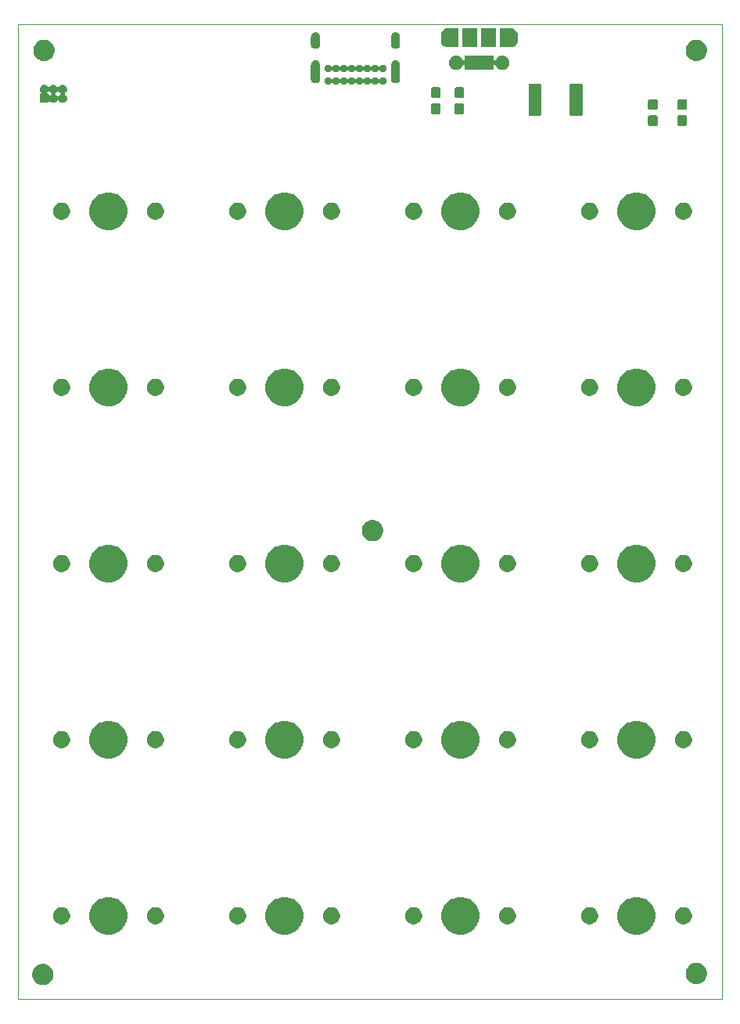
<source format=gts>
G04 #@! TF.GenerationSoftware,KiCad,Pcbnew,(5.1.2)-2*
G04 #@! TF.CreationDate,2019-06-20T10:34:22-04:00*
G04 #@! TF.ProjectId,macropad,6d616372-6f70-4616-942e-6b696361645f,rev?*
G04 #@! TF.SameCoordinates,Original*
G04 #@! TF.FileFunction,Soldermask,Top*
G04 #@! TF.FilePolarity,Negative*
%FSLAX46Y46*%
G04 Gerber Fmt 4.6, Leading zero omitted, Abs format (unit mm)*
G04 Created by KiCad (PCBNEW (5.1.2)-2) date 2019-06-20 10:34:22*
%MOMM*%
%LPD*%
G04 APERTURE LIST*
%ADD10C,0.100000*%
G04 APERTURE END LIST*
D10*
X172720000Y-38100000D02*
X121539000Y-38100000D01*
X172720000Y-143510000D02*
X172720000Y-38100000D01*
X96520000Y-143510000D02*
X172720000Y-143510000D01*
X96520000Y-38100000D02*
X96520000Y-143510000D01*
X121539000Y-38100000D02*
X96520000Y-38100000D01*
G36*
X99411549Y-139714116D02*
G01*
X99522734Y-139736232D01*
X99670850Y-139797584D01*
X99729700Y-139821960D01*
X99732203Y-139822997D01*
X99920720Y-139948960D01*
X100081040Y-140109280D01*
X100207003Y-140297797D01*
X100293768Y-140507266D01*
X100338000Y-140729636D01*
X100338000Y-140956364D01*
X100293768Y-141178734D01*
X100207003Y-141388203D01*
X100081040Y-141576720D01*
X99920720Y-141737040D01*
X99732203Y-141863003D01*
X99732202Y-141863004D01*
X99732201Y-141863004D01*
X99670850Y-141888416D01*
X99522734Y-141949768D01*
X99411549Y-141971884D01*
X99300365Y-141994000D01*
X99073635Y-141994000D01*
X98962451Y-141971884D01*
X98851266Y-141949768D01*
X98703150Y-141888416D01*
X98641799Y-141863004D01*
X98641798Y-141863004D01*
X98641797Y-141863003D01*
X98453280Y-141737040D01*
X98292960Y-141576720D01*
X98166997Y-141388203D01*
X98080232Y-141178734D01*
X98036000Y-140956364D01*
X98036000Y-140729636D01*
X98080232Y-140507266D01*
X98166997Y-140297797D01*
X98292960Y-140109280D01*
X98453280Y-139948960D01*
X98641797Y-139822997D01*
X98644301Y-139821960D01*
X98703150Y-139797584D01*
X98851266Y-139736232D01*
X98962451Y-139714116D01*
X99073635Y-139692000D01*
X99300365Y-139692000D01*
X99411549Y-139714116D01*
X99411549Y-139714116D01*
G37*
G36*
X170150549Y-139587116D02*
G01*
X170261734Y-139609232D01*
X170409850Y-139670584D01*
X170461554Y-139692000D01*
X170471203Y-139695997D01*
X170659720Y-139821960D01*
X170820040Y-139982280D01*
X170946003Y-140170797D01*
X171032768Y-140380266D01*
X171077000Y-140602636D01*
X171077000Y-140829364D01*
X171032768Y-141051734D01*
X170946003Y-141261203D01*
X170820040Y-141449720D01*
X170659720Y-141610040D01*
X170471203Y-141736003D01*
X170471202Y-141736004D01*
X170471201Y-141736004D01*
X170409850Y-141761416D01*
X170261734Y-141822768D01*
X170150549Y-141844884D01*
X170039365Y-141867000D01*
X169812635Y-141867000D01*
X169701451Y-141844884D01*
X169590266Y-141822768D01*
X169442150Y-141761416D01*
X169380799Y-141736004D01*
X169380798Y-141736004D01*
X169380797Y-141736003D01*
X169192280Y-141610040D01*
X169031960Y-141449720D01*
X168905997Y-141261203D01*
X168819232Y-141051734D01*
X168775000Y-140829364D01*
X168775000Y-140602636D01*
X168819232Y-140380266D01*
X168905997Y-140170797D01*
X169031960Y-139982280D01*
X169192280Y-139821960D01*
X169380797Y-139695997D01*
X169390447Y-139692000D01*
X169442150Y-139670584D01*
X169590266Y-139609232D01*
X169701451Y-139587116D01*
X169812635Y-139565000D01*
X170039365Y-139565000D01*
X170150549Y-139587116D01*
X170150549Y-139587116D01*
G37*
G36*
X106895474Y-132526684D02*
G01*
X107113474Y-132616983D01*
X107267623Y-132680833D01*
X107602548Y-132904623D01*
X107887377Y-133189452D01*
X108111167Y-133524377D01*
X108143562Y-133602586D01*
X108265316Y-133896526D01*
X108343900Y-134291594D01*
X108343900Y-134694406D01*
X108265316Y-135089474D01*
X108214451Y-135212272D01*
X108111167Y-135461623D01*
X107887377Y-135796548D01*
X107602548Y-136081377D01*
X107267623Y-136305167D01*
X107113474Y-136369017D01*
X106895474Y-136459316D01*
X106500406Y-136537900D01*
X106097594Y-136537900D01*
X105702526Y-136459316D01*
X105484526Y-136369017D01*
X105330377Y-136305167D01*
X104995452Y-136081377D01*
X104710623Y-135796548D01*
X104486833Y-135461623D01*
X104383549Y-135212272D01*
X104332684Y-135089474D01*
X104254100Y-134694406D01*
X104254100Y-134291594D01*
X104332684Y-133896526D01*
X104454438Y-133602586D01*
X104486833Y-133524377D01*
X104710623Y-133189452D01*
X104995452Y-132904623D01*
X105330377Y-132680833D01*
X105484526Y-132616983D01*
X105702526Y-132526684D01*
X106097594Y-132448100D01*
X106500406Y-132448100D01*
X106895474Y-132526684D01*
X106895474Y-132526684D01*
G37*
G36*
X125945474Y-132526684D02*
G01*
X126163474Y-132616983D01*
X126317623Y-132680833D01*
X126652548Y-132904623D01*
X126937377Y-133189452D01*
X127161167Y-133524377D01*
X127193562Y-133602586D01*
X127315316Y-133896526D01*
X127393900Y-134291594D01*
X127393900Y-134694406D01*
X127315316Y-135089474D01*
X127264451Y-135212272D01*
X127161167Y-135461623D01*
X126937377Y-135796548D01*
X126652548Y-136081377D01*
X126317623Y-136305167D01*
X126163474Y-136369017D01*
X125945474Y-136459316D01*
X125550406Y-136537900D01*
X125147594Y-136537900D01*
X124752526Y-136459316D01*
X124534526Y-136369017D01*
X124380377Y-136305167D01*
X124045452Y-136081377D01*
X123760623Y-135796548D01*
X123536833Y-135461623D01*
X123433549Y-135212272D01*
X123382684Y-135089474D01*
X123304100Y-134694406D01*
X123304100Y-134291594D01*
X123382684Y-133896526D01*
X123504438Y-133602586D01*
X123536833Y-133524377D01*
X123760623Y-133189452D01*
X124045452Y-132904623D01*
X124380377Y-132680833D01*
X124534526Y-132616983D01*
X124752526Y-132526684D01*
X125147594Y-132448100D01*
X125550406Y-132448100D01*
X125945474Y-132526684D01*
X125945474Y-132526684D01*
G37*
G36*
X144995474Y-132526684D02*
G01*
X145213474Y-132616983D01*
X145367623Y-132680833D01*
X145702548Y-132904623D01*
X145987377Y-133189452D01*
X146211167Y-133524377D01*
X146243562Y-133602586D01*
X146365316Y-133896526D01*
X146443900Y-134291594D01*
X146443900Y-134694406D01*
X146365316Y-135089474D01*
X146314451Y-135212272D01*
X146211167Y-135461623D01*
X145987377Y-135796548D01*
X145702548Y-136081377D01*
X145367623Y-136305167D01*
X145213474Y-136369017D01*
X144995474Y-136459316D01*
X144600406Y-136537900D01*
X144197594Y-136537900D01*
X143802526Y-136459316D01*
X143584526Y-136369017D01*
X143430377Y-136305167D01*
X143095452Y-136081377D01*
X142810623Y-135796548D01*
X142586833Y-135461623D01*
X142483549Y-135212272D01*
X142432684Y-135089474D01*
X142354100Y-134694406D01*
X142354100Y-134291594D01*
X142432684Y-133896526D01*
X142554438Y-133602586D01*
X142586833Y-133524377D01*
X142810623Y-133189452D01*
X143095452Y-132904623D01*
X143430377Y-132680833D01*
X143584526Y-132616983D01*
X143802526Y-132526684D01*
X144197594Y-132448100D01*
X144600406Y-132448100D01*
X144995474Y-132526684D01*
X144995474Y-132526684D01*
G37*
G36*
X164045474Y-132526684D02*
G01*
X164263474Y-132616983D01*
X164417623Y-132680833D01*
X164752548Y-132904623D01*
X165037377Y-133189452D01*
X165261167Y-133524377D01*
X165293562Y-133602586D01*
X165415316Y-133896526D01*
X165493900Y-134291594D01*
X165493900Y-134694406D01*
X165415316Y-135089474D01*
X165364451Y-135212272D01*
X165261167Y-135461623D01*
X165037377Y-135796548D01*
X164752548Y-136081377D01*
X164417623Y-136305167D01*
X164263474Y-136369017D01*
X164045474Y-136459316D01*
X163650406Y-136537900D01*
X163247594Y-136537900D01*
X162852526Y-136459316D01*
X162634526Y-136369017D01*
X162480377Y-136305167D01*
X162145452Y-136081377D01*
X161860623Y-135796548D01*
X161636833Y-135461623D01*
X161533549Y-135212272D01*
X161482684Y-135089474D01*
X161404100Y-134694406D01*
X161404100Y-134291594D01*
X161482684Y-133896526D01*
X161604438Y-133602586D01*
X161636833Y-133524377D01*
X161860623Y-133189452D01*
X162145452Y-132904623D01*
X162480377Y-132680833D01*
X162634526Y-132616983D01*
X162852526Y-132526684D01*
X163247594Y-132448100D01*
X163650406Y-132448100D01*
X164045474Y-132526684D01*
X164045474Y-132526684D01*
G37*
G36*
X111649104Y-133602585D02*
G01*
X111817626Y-133672389D01*
X111969291Y-133773728D01*
X112098272Y-133902709D01*
X112199611Y-134054374D01*
X112269415Y-134222896D01*
X112305000Y-134401797D01*
X112305000Y-134584203D01*
X112269415Y-134763104D01*
X112199611Y-134931626D01*
X112098272Y-135083291D01*
X111969291Y-135212272D01*
X111817626Y-135313611D01*
X111649104Y-135383415D01*
X111470203Y-135419000D01*
X111287797Y-135419000D01*
X111108896Y-135383415D01*
X110940374Y-135313611D01*
X110788709Y-135212272D01*
X110659728Y-135083291D01*
X110558389Y-134931626D01*
X110488585Y-134763104D01*
X110453000Y-134584203D01*
X110453000Y-134401797D01*
X110488585Y-134222896D01*
X110558389Y-134054374D01*
X110659728Y-133902709D01*
X110788709Y-133773728D01*
X110940374Y-133672389D01*
X111108896Y-133602585D01*
X111287797Y-133567000D01*
X111470203Y-133567000D01*
X111649104Y-133602585D01*
X111649104Y-133602585D01*
G37*
G36*
X101489104Y-133602585D02*
G01*
X101657626Y-133672389D01*
X101809291Y-133773728D01*
X101938272Y-133902709D01*
X102039611Y-134054374D01*
X102109415Y-134222896D01*
X102145000Y-134401797D01*
X102145000Y-134584203D01*
X102109415Y-134763104D01*
X102039611Y-134931626D01*
X101938272Y-135083291D01*
X101809291Y-135212272D01*
X101657626Y-135313611D01*
X101489104Y-135383415D01*
X101310203Y-135419000D01*
X101127797Y-135419000D01*
X100948896Y-135383415D01*
X100780374Y-135313611D01*
X100628709Y-135212272D01*
X100499728Y-135083291D01*
X100398389Y-134931626D01*
X100328585Y-134763104D01*
X100293000Y-134584203D01*
X100293000Y-134401797D01*
X100328585Y-134222896D01*
X100398389Y-134054374D01*
X100499728Y-133902709D01*
X100628709Y-133773728D01*
X100780374Y-133672389D01*
X100948896Y-133602585D01*
X101127797Y-133567000D01*
X101310203Y-133567000D01*
X101489104Y-133602585D01*
X101489104Y-133602585D01*
G37*
G36*
X168799104Y-133602585D02*
G01*
X168967626Y-133672389D01*
X169119291Y-133773728D01*
X169248272Y-133902709D01*
X169349611Y-134054374D01*
X169419415Y-134222896D01*
X169455000Y-134401797D01*
X169455000Y-134584203D01*
X169419415Y-134763104D01*
X169349611Y-134931626D01*
X169248272Y-135083291D01*
X169119291Y-135212272D01*
X168967626Y-135313611D01*
X168799104Y-135383415D01*
X168620203Y-135419000D01*
X168437797Y-135419000D01*
X168258896Y-135383415D01*
X168090374Y-135313611D01*
X167938709Y-135212272D01*
X167809728Y-135083291D01*
X167708389Y-134931626D01*
X167638585Y-134763104D01*
X167603000Y-134584203D01*
X167603000Y-134401797D01*
X167638585Y-134222896D01*
X167708389Y-134054374D01*
X167809728Y-133902709D01*
X167938709Y-133773728D01*
X168090374Y-133672389D01*
X168258896Y-133602585D01*
X168437797Y-133567000D01*
X168620203Y-133567000D01*
X168799104Y-133602585D01*
X168799104Y-133602585D01*
G37*
G36*
X120539104Y-133602585D02*
G01*
X120707626Y-133672389D01*
X120859291Y-133773728D01*
X120988272Y-133902709D01*
X121089611Y-134054374D01*
X121159415Y-134222896D01*
X121195000Y-134401797D01*
X121195000Y-134584203D01*
X121159415Y-134763104D01*
X121089611Y-134931626D01*
X120988272Y-135083291D01*
X120859291Y-135212272D01*
X120707626Y-135313611D01*
X120539104Y-135383415D01*
X120360203Y-135419000D01*
X120177797Y-135419000D01*
X119998896Y-135383415D01*
X119830374Y-135313611D01*
X119678709Y-135212272D01*
X119549728Y-135083291D01*
X119448389Y-134931626D01*
X119378585Y-134763104D01*
X119343000Y-134584203D01*
X119343000Y-134401797D01*
X119378585Y-134222896D01*
X119448389Y-134054374D01*
X119549728Y-133902709D01*
X119678709Y-133773728D01*
X119830374Y-133672389D01*
X119998896Y-133602585D01*
X120177797Y-133567000D01*
X120360203Y-133567000D01*
X120539104Y-133602585D01*
X120539104Y-133602585D01*
G37*
G36*
X130699104Y-133602585D02*
G01*
X130867626Y-133672389D01*
X131019291Y-133773728D01*
X131148272Y-133902709D01*
X131249611Y-134054374D01*
X131319415Y-134222896D01*
X131355000Y-134401797D01*
X131355000Y-134584203D01*
X131319415Y-134763104D01*
X131249611Y-134931626D01*
X131148272Y-135083291D01*
X131019291Y-135212272D01*
X130867626Y-135313611D01*
X130699104Y-135383415D01*
X130520203Y-135419000D01*
X130337797Y-135419000D01*
X130158896Y-135383415D01*
X129990374Y-135313611D01*
X129838709Y-135212272D01*
X129709728Y-135083291D01*
X129608389Y-134931626D01*
X129538585Y-134763104D01*
X129503000Y-134584203D01*
X129503000Y-134401797D01*
X129538585Y-134222896D01*
X129608389Y-134054374D01*
X129709728Y-133902709D01*
X129838709Y-133773728D01*
X129990374Y-133672389D01*
X130158896Y-133602585D01*
X130337797Y-133567000D01*
X130520203Y-133567000D01*
X130699104Y-133602585D01*
X130699104Y-133602585D01*
G37*
G36*
X158639104Y-133602585D02*
G01*
X158807626Y-133672389D01*
X158959291Y-133773728D01*
X159088272Y-133902709D01*
X159189611Y-134054374D01*
X159259415Y-134222896D01*
X159295000Y-134401797D01*
X159295000Y-134584203D01*
X159259415Y-134763104D01*
X159189611Y-134931626D01*
X159088272Y-135083291D01*
X158959291Y-135212272D01*
X158807626Y-135313611D01*
X158639104Y-135383415D01*
X158460203Y-135419000D01*
X158277797Y-135419000D01*
X158098896Y-135383415D01*
X157930374Y-135313611D01*
X157778709Y-135212272D01*
X157649728Y-135083291D01*
X157548389Y-134931626D01*
X157478585Y-134763104D01*
X157443000Y-134584203D01*
X157443000Y-134401797D01*
X157478585Y-134222896D01*
X157548389Y-134054374D01*
X157649728Y-133902709D01*
X157778709Y-133773728D01*
X157930374Y-133672389D01*
X158098896Y-133602585D01*
X158277797Y-133567000D01*
X158460203Y-133567000D01*
X158639104Y-133602585D01*
X158639104Y-133602585D01*
G37*
G36*
X139589104Y-133602585D02*
G01*
X139757626Y-133672389D01*
X139909291Y-133773728D01*
X140038272Y-133902709D01*
X140139611Y-134054374D01*
X140209415Y-134222896D01*
X140245000Y-134401797D01*
X140245000Y-134584203D01*
X140209415Y-134763104D01*
X140139611Y-134931626D01*
X140038272Y-135083291D01*
X139909291Y-135212272D01*
X139757626Y-135313611D01*
X139589104Y-135383415D01*
X139410203Y-135419000D01*
X139227797Y-135419000D01*
X139048896Y-135383415D01*
X138880374Y-135313611D01*
X138728709Y-135212272D01*
X138599728Y-135083291D01*
X138498389Y-134931626D01*
X138428585Y-134763104D01*
X138393000Y-134584203D01*
X138393000Y-134401797D01*
X138428585Y-134222896D01*
X138498389Y-134054374D01*
X138599728Y-133902709D01*
X138728709Y-133773728D01*
X138880374Y-133672389D01*
X139048896Y-133602585D01*
X139227797Y-133567000D01*
X139410203Y-133567000D01*
X139589104Y-133602585D01*
X139589104Y-133602585D01*
G37*
G36*
X149749104Y-133602585D02*
G01*
X149917626Y-133672389D01*
X150069291Y-133773728D01*
X150198272Y-133902709D01*
X150299611Y-134054374D01*
X150369415Y-134222896D01*
X150405000Y-134401797D01*
X150405000Y-134584203D01*
X150369415Y-134763104D01*
X150299611Y-134931626D01*
X150198272Y-135083291D01*
X150069291Y-135212272D01*
X149917626Y-135313611D01*
X149749104Y-135383415D01*
X149570203Y-135419000D01*
X149387797Y-135419000D01*
X149208896Y-135383415D01*
X149040374Y-135313611D01*
X148888709Y-135212272D01*
X148759728Y-135083291D01*
X148658389Y-134931626D01*
X148588585Y-134763104D01*
X148553000Y-134584203D01*
X148553000Y-134401797D01*
X148588585Y-134222896D01*
X148658389Y-134054374D01*
X148759728Y-133902709D01*
X148888709Y-133773728D01*
X149040374Y-133672389D01*
X149208896Y-133602585D01*
X149387797Y-133567000D01*
X149570203Y-133567000D01*
X149749104Y-133602585D01*
X149749104Y-133602585D01*
G37*
G36*
X125945474Y-113476684D02*
G01*
X126163474Y-113566983D01*
X126317623Y-113630833D01*
X126652548Y-113854623D01*
X126937377Y-114139452D01*
X127161167Y-114474377D01*
X127193562Y-114552586D01*
X127315316Y-114846526D01*
X127393900Y-115241594D01*
X127393900Y-115644406D01*
X127315316Y-116039474D01*
X127264451Y-116162272D01*
X127161167Y-116411623D01*
X126937377Y-116746548D01*
X126652548Y-117031377D01*
X126317623Y-117255167D01*
X126163474Y-117319017D01*
X125945474Y-117409316D01*
X125550406Y-117487900D01*
X125147594Y-117487900D01*
X124752526Y-117409316D01*
X124534526Y-117319017D01*
X124380377Y-117255167D01*
X124045452Y-117031377D01*
X123760623Y-116746548D01*
X123536833Y-116411623D01*
X123433549Y-116162272D01*
X123382684Y-116039474D01*
X123304100Y-115644406D01*
X123304100Y-115241594D01*
X123382684Y-114846526D01*
X123504438Y-114552586D01*
X123536833Y-114474377D01*
X123760623Y-114139452D01*
X124045452Y-113854623D01*
X124380377Y-113630833D01*
X124534526Y-113566983D01*
X124752526Y-113476684D01*
X125147594Y-113398100D01*
X125550406Y-113398100D01*
X125945474Y-113476684D01*
X125945474Y-113476684D01*
G37*
G36*
X106895474Y-113476684D02*
G01*
X107113474Y-113566983D01*
X107267623Y-113630833D01*
X107602548Y-113854623D01*
X107887377Y-114139452D01*
X108111167Y-114474377D01*
X108143562Y-114552586D01*
X108265316Y-114846526D01*
X108343900Y-115241594D01*
X108343900Y-115644406D01*
X108265316Y-116039474D01*
X108214451Y-116162272D01*
X108111167Y-116411623D01*
X107887377Y-116746548D01*
X107602548Y-117031377D01*
X107267623Y-117255167D01*
X107113474Y-117319017D01*
X106895474Y-117409316D01*
X106500406Y-117487900D01*
X106097594Y-117487900D01*
X105702526Y-117409316D01*
X105484526Y-117319017D01*
X105330377Y-117255167D01*
X104995452Y-117031377D01*
X104710623Y-116746548D01*
X104486833Y-116411623D01*
X104383549Y-116162272D01*
X104332684Y-116039474D01*
X104254100Y-115644406D01*
X104254100Y-115241594D01*
X104332684Y-114846526D01*
X104454438Y-114552586D01*
X104486833Y-114474377D01*
X104710623Y-114139452D01*
X104995452Y-113854623D01*
X105330377Y-113630833D01*
X105484526Y-113566983D01*
X105702526Y-113476684D01*
X106097594Y-113398100D01*
X106500406Y-113398100D01*
X106895474Y-113476684D01*
X106895474Y-113476684D01*
G37*
G36*
X164045474Y-113476684D02*
G01*
X164263474Y-113566983D01*
X164417623Y-113630833D01*
X164752548Y-113854623D01*
X165037377Y-114139452D01*
X165261167Y-114474377D01*
X165293562Y-114552586D01*
X165415316Y-114846526D01*
X165493900Y-115241594D01*
X165493900Y-115644406D01*
X165415316Y-116039474D01*
X165364451Y-116162272D01*
X165261167Y-116411623D01*
X165037377Y-116746548D01*
X164752548Y-117031377D01*
X164417623Y-117255167D01*
X164263474Y-117319017D01*
X164045474Y-117409316D01*
X163650406Y-117487900D01*
X163247594Y-117487900D01*
X162852526Y-117409316D01*
X162634526Y-117319017D01*
X162480377Y-117255167D01*
X162145452Y-117031377D01*
X161860623Y-116746548D01*
X161636833Y-116411623D01*
X161533549Y-116162272D01*
X161482684Y-116039474D01*
X161404100Y-115644406D01*
X161404100Y-115241594D01*
X161482684Y-114846526D01*
X161604438Y-114552586D01*
X161636833Y-114474377D01*
X161860623Y-114139452D01*
X162145452Y-113854623D01*
X162480377Y-113630833D01*
X162634526Y-113566983D01*
X162852526Y-113476684D01*
X163247594Y-113398100D01*
X163650406Y-113398100D01*
X164045474Y-113476684D01*
X164045474Y-113476684D01*
G37*
G36*
X144995474Y-113476684D02*
G01*
X145213474Y-113566983D01*
X145367623Y-113630833D01*
X145702548Y-113854623D01*
X145987377Y-114139452D01*
X146211167Y-114474377D01*
X146243562Y-114552586D01*
X146365316Y-114846526D01*
X146443900Y-115241594D01*
X146443900Y-115644406D01*
X146365316Y-116039474D01*
X146314451Y-116162272D01*
X146211167Y-116411623D01*
X145987377Y-116746548D01*
X145702548Y-117031377D01*
X145367623Y-117255167D01*
X145213474Y-117319017D01*
X144995474Y-117409316D01*
X144600406Y-117487900D01*
X144197594Y-117487900D01*
X143802526Y-117409316D01*
X143584526Y-117319017D01*
X143430377Y-117255167D01*
X143095452Y-117031377D01*
X142810623Y-116746548D01*
X142586833Y-116411623D01*
X142483549Y-116162272D01*
X142432684Y-116039474D01*
X142354100Y-115644406D01*
X142354100Y-115241594D01*
X142432684Y-114846526D01*
X142554438Y-114552586D01*
X142586833Y-114474377D01*
X142810623Y-114139452D01*
X143095452Y-113854623D01*
X143430377Y-113630833D01*
X143584526Y-113566983D01*
X143802526Y-113476684D01*
X144197594Y-113398100D01*
X144600406Y-113398100D01*
X144995474Y-113476684D01*
X144995474Y-113476684D01*
G37*
G36*
X139589104Y-114552585D02*
G01*
X139757626Y-114622389D01*
X139909291Y-114723728D01*
X140038272Y-114852709D01*
X140139611Y-115004374D01*
X140209415Y-115172896D01*
X140245000Y-115351797D01*
X140245000Y-115534203D01*
X140209415Y-115713104D01*
X140139611Y-115881626D01*
X140038272Y-116033291D01*
X139909291Y-116162272D01*
X139757626Y-116263611D01*
X139589104Y-116333415D01*
X139410203Y-116369000D01*
X139227797Y-116369000D01*
X139048896Y-116333415D01*
X138880374Y-116263611D01*
X138728709Y-116162272D01*
X138599728Y-116033291D01*
X138498389Y-115881626D01*
X138428585Y-115713104D01*
X138393000Y-115534203D01*
X138393000Y-115351797D01*
X138428585Y-115172896D01*
X138498389Y-115004374D01*
X138599728Y-114852709D01*
X138728709Y-114723728D01*
X138880374Y-114622389D01*
X139048896Y-114552585D01*
X139227797Y-114517000D01*
X139410203Y-114517000D01*
X139589104Y-114552585D01*
X139589104Y-114552585D01*
G37*
G36*
X149749104Y-114552585D02*
G01*
X149917626Y-114622389D01*
X150069291Y-114723728D01*
X150198272Y-114852709D01*
X150299611Y-115004374D01*
X150369415Y-115172896D01*
X150405000Y-115351797D01*
X150405000Y-115534203D01*
X150369415Y-115713104D01*
X150299611Y-115881626D01*
X150198272Y-116033291D01*
X150069291Y-116162272D01*
X149917626Y-116263611D01*
X149749104Y-116333415D01*
X149570203Y-116369000D01*
X149387797Y-116369000D01*
X149208896Y-116333415D01*
X149040374Y-116263611D01*
X148888709Y-116162272D01*
X148759728Y-116033291D01*
X148658389Y-115881626D01*
X148588585Y-115713104D01*
X148553000Y-115534203D01*
X148553000Y-115351797D01*
X148588585Y-115172896D01*
X148658389Y-115004374D01*
X148759728Y-114852709D01*
X148888709Y-114723728D01*
X149040374Y-114622389D01*
X149208896Y-114552585D01*
X149387797Y-114517000D01*
X149570203Y-114517000D01*
X149749104Y-114552585D01*
X149749104Y-114552585D01*
G37*
G36*
X130699104Y-114552585D02*
G01*
X130867626Y-114622389D01*
X131019291Y-114723728D01*
X131148272Y-114852709D01*
X131249611Y-115004374D01*
X131319415Y-115172896D01*
X131355000Y-115351797D01*
X131355000Y-115534203D01*
X131319415Y-115713104D01*
X131249611Y-115881626D01*
X131148272Y-116033291D01*
X131019291Y-116162272D01*
X130867626Y-116263611D01*
X130699104Y-116333415D01*
X130520203Y-116369000D01*
X130337797Y-116369000D01*
X130158896Y-116333415D01*
X129990374Y-116263611D01*
X129838709Y-116162272D01*
X129709728Y-116033291D01*
X129608389Y-115881626D01*
X129538585Y-115713104D01*
X129503000Y-115534203D01*
X129503000Y-115351797D01*
X129538585Y-115172896D01*
X129608389Y-115004374D01*
X129709728Y-114852709D01*
X129838709Y-114723728D01*
X129990374Y-114622389D01*
X130158896Y-114552585D01*
X130337797Y-114517000D01*
X130520203Y-114517000D01*
X130699104Y-114552585D01*
X130699104Y-114552585D01*
G37*
G36*
X168799104Y-114552585D02*
G01*
X168967626Y-114622389D01*
X169119291Y-114723728D01*
X169248272Y-114852709D01*
X169349611Y-115004374D01*
X169419415Y-115172896D01*
X169455000Y-115351797D01*
X169455000Y-115534203D01*
X169419415Y-115713104D01*
X169349611Y-115881626D01*
X169248272Y-116033291D01*
X169119291Y-116162272D01*
X168967626Y-116263611D01*
X168799104Y-116333415D01*
X168620203Y-116369000D01*
X168437797Y-116369000D01*
X168258896Y-116333415D01*
X168090374Y-116263611D01*
X167938709Y-116162272D01*
X167809728Y-116033291D01*
X167708389Y-115881626D01*
X167638585Y-115713104D01*
X167603000Y-115534203D01*
X167603000Y-115351797D01*
X167638585Y-115172896D01*
X167708389Y-115004374D01*
X167809728Y-114852709D01*
X167938709Y-114723728D01*
X168090374Y-114622389D01*
X168258896Y-114552585D01*
X168437797Y-114517000D01*
X168620203Y-114517000D01*
X168799104Y-114552585D01*
X168799104Y-114552585D01*
G37*
G36*
X120539104Y-114552585D02*
G01*
X120707626Y-114622389D01*
X120859291Y-114723728D01*
X120988272Y-114852709D01*
X121089611Y-115004374D01*
X121159415Y-115172896D01*
X121195000Y-115351797D01*
X121195000Y-115534203D01*
X121159415Y-115713104D01*
X121089611Y-115881626D01*
X120988272Y-116033291D01*
X120859291Y-116162272D01*
X120707626Y-116263611D01*
X120539104Y-116333415D01*
X120360203Y-116369000D01*
X120177797Y-116369000D01*
X119998896Y-116333415D01*
X119830374Y-116263611D01*
X119678709Y-116162272D01*
X119549728Y-116033291D01*
X119448389Y-115881626D01*
X119378585Y-115713104D01*
X119343000Y-115534203D01*
X119343000Y-115351797D01*
X119378585Y-115172896D01*
X119448389Y-115004374D01*
X119549728Y-114852709D01*
X119678709Y-114723728D01*
X119830374Y-114622389D01*
X119998896Y-114552585D01*
X120177797Y-114517000D01*
X120360203Y-114517000D01*
X120539104Y-114552585D01*
X120539104Y-114552585D01*
G37*
G36*
X111649104Y-114552585D02*
G01*
X111817626Y-114622389D01*
X111969291Y-114723728D01*
X112098272Y-114852709D01*
X112199611Y-115004374D01*
X112269415Y-115172896D01*
X112305000Y-115351797D01*
X112305000Y-115534203D01*
X112269415Y-115713104D01*
X112199611Y-115881626D01*
X112098272Y-116033291D01*
X111969291Y-116162272D01*
X111817626Y-116263611D01*
X111649104Y-116333415D01*
X111470203Y-116369000D01*
X111287797Y-116369000D01*
X111108896Y-116333415D01*
X110940374Y-116263611D01*
X110788709Y-116162272D01*
X110659728Y-116033291D01*
X110558389Y-115881626D01*
X110488585Y-115713104D01*
X110453000Y-115534203D01*
X110453000Y-115351797D01*
X110488585Y-115172896D01*
X110558389Y-115004374D01*
X110659728Y-114852709D01*
X110788709Y-114723728D01*
X110940374Y-114622389D01*
X111108896Y-114552585D01*
X111287797Y-114517000D01*
X111470203Y-114517000D01*
X111649104Y-114552585D01*
X111649104Y-114552585D01*
G37*
G36*
X158639104Y-114552585D02*
G01*
X158807626Y-114622389D01*
X158959291Y-114723728D01*
X159088272Y-114852709D01*
X159189611Y-115004374D01*
X159259415Y-115172896D01*
X159295000Y-115351797D01*
X159295000Y-115534203D01*
X159259415Y-115713104D01*
X159189611Y-115881626D01*
X159088272Y-116033291D01*
X158959291Y-116162272D01*
X158807626Y-116263611D01*
X158639104Y-116333415D01*
X158460203Y-116369000D01*
X158277797Y-116369000D01*
X158098896Y-116333415D01*
X157930374Y-116263611D01*
X157778709Y-116162272D01*
X157649728Y-116033291D01*
X157548389Y-115881626D01*
X157478585Y-115713104D01*
X157443000Y-115534203D01*
X157443000Y-115351797D01*
X157478585Y-115172896D01*
X157548389Y-115004374D01*
X157649728Y-114852709D01*
X157778709Y-114723728D01*
X157930374Y-114622389D01*
X158098896Y-114552585D01*
X158277797Y-114517000D01*
X158460203Y-114517000D01*
X158639104Y-114552585D01*
X158639104Y-114552585D01*
G37*
G36*
X101489104Y-114552585D02*
G01*
X101657626Y-114622389D01*
X101809291Y-114723728D01*
X101938272Y-114852709D01*
X102039611Y-115004374D01*
X102109415Y-115172896D01*
X102145000Y-115351797D01*
X102145000Y-115534203D01*
X102109415Y-115713104D01*
X102039611Y-115881626D01*
X101938272Y-116033291D01*
X101809291Y-116162272D01*
X101657626Y-116263611D01*
X101489104Y-116333415D01*
X101310203Y-116369000D01*
X101127797Y-116369000D01*
X100948896Y-116333415D01*
X100780374Y-116263611D01*
X100628709Y-116162272D01*
X100499728Y-116033291D01*
X100398389Y-115881626D01*
X100328585Y-115713104D01*
X100293000Y-115534203D01*
X100293000Y-115351797D01*
X100328585Y-115172896D01*
X100398389Y-115004374D01*
X100499728Y-114852709D01*
X100628709Y-114723728D01*
X100780374Y-114622389D01*
X100948896Y-114552585D01*
X101127797Y-114517000D01*
X101310203Y-114517000D01*
X101489104Y-114552585D01*
X101489104Y-114552585D01*
G37*
G36*
X144995474Y-94426684D02*
G01*
X145213474Y-94516983D01*
X145367623Y-94580833D01*
X145702548Y-94804623D01*
X145987377Y-95089452D01*
X146211167Y-95424377D01*
X146243562Y-95502586D01*
X146365316Y-95796526D01*
X146443900Y-96191594D01*
X146443900Y-96594406D01*
X146365316Y-96989474D01*
X146314451Y-97112272D01*
X146211167Y-97361623D01*
X145987377Y-97696548D01*
X145702548Y-97981377D01*
X145367623Y-98205167D01*
X145213474Y-98269017D01*
X144995474Y-98359316D01*
X144600406Y-98437900D01*
X144197594Y-98437900D01*
X143802526Y-98359316D01*
X143584526Y-98269017D01*
X143430377Y-98205167D01*
X143095452Y-97981377D01*
X142810623Y-97696548D01*
X142586833Y-97361623D01*
X142483549Y-97112272D01*
X142432684Y-96989474D01*
X142354100Y-96594406D01*
X142354100Y-96191594D01*
X142432684Y-95796526D01*
X142554438Y-95502586D01*
X142586833Y-95424377D01*
X142810623Y-95089452D01*
X143095452Y-94804623D01*
X143430377Y-94580833D01*
X143584526Y-94516983D01*
X143802526Y-94426684D01*
X144197594Y-94348100D01*
X144600406Y-94348100D01*
X144995474Y-94426684D01*
X144995474Y-94426684D01*
G37*
G36*
X125945474Y-94426684D02*
G01*
X126163474Y-94516983D01*
X126317623Y-94580833D01*
X126652548Y-94804623D01*
X126937377Y-95089452D01*
X127161167Y-95424377D01*
X127193562Y-95502586D01*
X127315316Y-95796526D01*
X127393900Y-96191594D01*
X127393900Y-96594406D01*
X127315316Y-96989474D01*
X127264451Y-97112272D01*
X127161167Y-97361623D01*
X126937377Y-97696548D01*
X126652548Y-97981377D01*
X126317623Y-98205167D01*
X126163474Y-98269017D01*
X125945474Y-98359316D01*
X125550406Y-98437900D01*
X125147594Y-98437900D01*
X124752526Y-98359316D01*
X124534526Y-98269017D01*
X124380377Y-98205167D01*
X124045452Y-97981377D01*
X123760623Y-97696548D01*
X123536833Y-97361623D01*
X123433549Y-97112272D01*
X123382684Y-96989474D01*
X123304100Y-96594406D01*
X123304100Y-96191594D01*
X123382684Y-95796526D01*
X123504438Y-95502586D01*
X123536833Y-95424377D01*
X123760623Y-95089452D01*
X124045452Y-94804623D01*
X124380377Y-94580833D01*
X124534526Y-94516983D01*
X124752526Y-94426684D01*
X125147594Y-94348100D01*
X125550406Y-94348100D01*
X125945474Y-94426684D01*
X125945474Y-94426684D01*
G37*
G36*
X106895474Y-94426684D02*
G01*
X107113474Y-94516983D01*
X107267623Y-94580833D01*
X107602548Y-94804623D01*
X107887377Y-95089452D01*
X108111167Y-95424377D01*
X108143562Y-95502586D01*
X108265316Y-95796526D01*
X108343900Y-96191594D01*
X108343900Y-96594406D01*
X108265316Y-96989474D01*
X108214451Y-97112272D01*
X108111167Y-97361623D01*
X107887377Y-97696548D01*
X107602548Y-97981377D01*
X107267623Y-98205167D01*
X107113474Y-98269017D01*
X106895474Y-98359316D01*
X106500406Y-98437900D01*
X106097594Y-98437900D01*
X105702526Y-98359316D01*
X105484526Y-98269017D01*
X105330377Y-98205167D01*
X104995452Y-97981377D01*
X104710623Y-97696548D01*
X104486833Y-97361623D01*
X104383549Y-97112272D01*
X104332684Y-96989474D01*
X104254100Y-96594406D01*
X104254100Y-96191594D01*
X104332684Y-95796526D01*
X104454438Y-95502586D01*
X104486833Y-95424377D01*
X104710623Y-95089452D01*
X104995452Y-94804623D01*
X105330377Y-94580833D01*
X105484526Y-94516983D01*
X105702526Y-94426684D01*
X106097594Y-94348100D01*
X106500406Y-94348100D01*
X106895474Y-94426684D01*
X106895474Y-94426684D01*
G37*
G36*
X164045474Y-94426684D02*
G01*
X164263474Y-94516983D01*
X164417623Y-94580833D01*
X164752548Y-94804623D01*
X165037377Y-95089452D01*
X165261167Y-95424377D01*
X165293562Y-95502586D01*
X165415316Y-95796526D01*
X165493900Y-96191594D01*
X165493900Y-96594406D01*
X165415316Y-96989474D01*
X165364451Y-97112272D01*
X165261167Y-97361623D01*
X165037377Y-97696548D01*
X164752548Y-97981377D01*
X164417623Y-98205167D01*
X164263474Y-98269017D01*
X164045474Y-98359316D01*
X163650406Y-98437900D01*
X163247594Y-98437900D01*
X162852526Y-98359316D01*
X162634526Y-98269017D01*
X162480377Y-98205167D01*
X162145452Y-97981377D01*
X161860623Y-97696548D01*
X161636833Y-97361623D01*
X161533549Y-97112272D01*
X161482684Y-96989474D01*
X161404100Y-96594406D01*
X161404100Y-96191594D01*
X161482684Y-95796526D01*
X161604438Y-95502586D01*
X161636833Y-95424377D01*
X161860623Y-95089452D01*
X162145452Y-94804623D01*
X162480377Y-94580833D01*
X162634526Y-94516983D01*
X162852526Y-94426684D01*
X163247594Y-94348100D01*
X163650406Y-94348100D01*
X164045474Y-94426684D01*
X164045474Y-94426684D01*
G37*
G36*
X168799104Y-95502585D02*
G01*
X168967626Y-95572389D01*
X169119291Y-95673728D01*
X169248272Y-95802709D01*
X169349611Y-95954374D01*
X169419415Y-96122896D01*
X169455000Y-96301797D01*
X169455000Y-96484203D01*
X169419415Y-96663104D01*
X169349611Y-96831626D01*
X169248272Y-96983291D01*
X169119291Y-97112272D01*
X168967626Y-97213611D01*
X168799104Y-97283415D01*
X168620203Y-97319000D01*
X168437797Y-97319000D01*
X168258896Y-97283415D01*
X168090374Y-97213611D01*
X167938709Y-97112272D01*
X167809728Y-96983291D01*
X167708389Y-96831626D01*
X167638585Y-96663104D01*
X167603000Y-96484203D01*
X167603000Y-96301797D01*
X167638585Y-96122896D01*
X167708389Y-95954374D01*
X167809728Y-95802709D01*
X167938709Y-95673728D01*
X168090374Y-95572389D01*
X168258896Y-95502585D01*
X168437797Y-95467000D01*
X168620203Y-95467000D01*
X168799104Y-95502585D01*
X168799104Y-95502585D01*
G37*
G36*
X101489104Y-95502585D02*
G01*
X101657626Y-95572389D01*
X101809291Y-95673728D01*
X101938272Y-95802709D01*
X102039611Y-95954374D01*
X102109415Y-96122896D01*
X102145000Y-96301797D01*
X102145000Y-96484203D01*
X102109415Y-96663104D01*
X102039611Y-96831626D01*
X101938272Y-96983291D01*
X101809291Y-97112272D01*
X101657626Y-97213611D01*
X101489104Y-97283415D01*
X101310203Y-97319000D01*
X101127797Y-97319000D01*
X100948896Y-97283415D01*
X100780374Y-97213611D01*
X100628709Y-97112272D01*
X100499728Y-96983291D01*
X100398389Y-96831626D01*
X100328585Y-96663104D01*
X100293000Y-96484203D01*
X100293000Y-96301797D01*
X100328585Y-96122896D01*
X100398389Y-95954374D01*
X100499728Y-95802709D01*
X100628709Y-95673728D01*
X100780374Y-95572389D01*
X100948896Y-95502585D01*
X101127797Y-95467000D01*
X101310203Y-95467000D01*
X101489104Y-95502585D01*
X101489104Y-95502585D01*
G37*
G36*
X111649104Y-95502585D02*
G01*
X111817626Y-95572389D01*
X111969291Y-95673728D01*
X112098272Y-95802709D01*
X112199611Y-95954374D01*
X112269415Y-96122896D01*
X112305000Y-96301797D01*
X112305000Y-96484203D01*
X112269415Y-96663104D01*
X112199611Y-96831626D01*
X112098272Y-96983291D01*
X111969291Y-97112272D01*
X111817626Y-97213611D01*
X111649104Y-97283415D01*
X111470203Y-97319000D01*
X111287797Y-97319000D01*
X111108896Y-97283415D01*
X110940374Y-97213611D01*
X110788709Y-97112272D01*
X110659728Y-96983291D01*
X110558389Y-96831626D01*
X110488585Y-96663104D01*
X110453000Y-96484203D01*
X110453000Y-96301797D01*
X110488585Y-96122896D01*
X110558389Y-95954374D01*
X110659728Y-95802709D01*
X110788709Y-95673728D01*
X110940374Y-95572389D01*
X111108896Y-95502585D01*
X111287797Y-95467000D01*
X111470203Y-95467000D01*
X111649104Y-95502585D01*
X111649104Y-95502585D01*
G37*
G36*
X120539104Y-95502585D02*
G01*
X120707626Y-95572389D01*
X120859291Y-95673728D01*
X120988272Y-95802709D01*
X121089611Y-95954374D01*
X121159415Y-96122896D01*
X121195000Y-96301797D01*
X121195000Y-96484203D01*
X121159415Y-96663104D01*
X121089611Y-96831626D01*
X120988272Y-96983291D01*
X120859291Y-97112272D01*
X120707626Y-97213611D01*
X120539104Y-97283415D01*
X120360203Y-97319000D01*
X120177797Y-97319000D01*
X119998896Y-97283415D01*
X119830374Y-97213611D01*
X119678709Y-97112272D01*
X119549728Y-96983291D01*
X119448389Y-96831626D01*
X119378585Y-96663104D01*
X119343000Y-96484203D01*
X119343000Y-96301797D01*
X119378585Y-96122896D01*
X119448389Y-95954374D01*
X119549728Y-95802709D01*
X119678709Y-95673728D01*
X119830374Y-95572389D01*
X119998896Y-95502585D01*
X120177797Y-95467000D01*
X120360203Y-95467000D01*
X120539104Y-95502585D01*
X120539104Y-95502585D01*
G37*
G36*
X130699104Y-95502585D02*
G01*
X130867626Y-95572389D01*
X131019291Y-95673728D01*
X131148272Y-95802709D01*
X131249611Y-95954374D01*
X131319415Y-96122896D01*
X131355000Y-96301797D01*
X131355000Y-96484203D01*
X131319415Y-96663104D01*
X131249611Y-96831626D01*
X131148272Y-96983291D01*
X131019291Y-97112272D01*
X130867626Y-97213611D01*
X130699104Y-97283415D01*
X130520203Y-97319000D01*
X130337797Y-97319000D01*
X130158896Y-97283415D01*
X129990374Y-97213611D01*
X129838709Y-97112272D01*
X129709728Y-96983291D01*
X129608389Y-96831626D01*
X129538585Y-96663104D01*
X129503000Y-96484203D01*
X129503000Y-96301797D01*
X129538585Y-96122896D01*
X129608389Y-95954374D01*
X129709728Y-95802709D01*
X129838709Y-95673728D01*
X129990374Y-95572389D01*
X130158896Y-95502585D01*
X130337797Y-95467000D01*
X130520203Y-95467000D01*
X130699104Y-95502585D01*
X130699104Y-95502585D01*
G37*
G36*
X139589104Y-95502585D02*
G01*
X139757626Y-95572389D01*
X139909291Y-95673728D01*
X140038272Y-95802709D01*
X140139611Y-95954374D01*
X140209415Y-96122896D01*
X140245000Y-96301797D01*
X140245000Y-96484203D01*
X140209415Y-96663104D01*
X140139611Y-96831626D01*
X140038272Y-96983291D01*
X139909291Y-97112272D01*
X139757626Y-97213611D01*
X139589104Y-97283415D01*
X139410203Y-97319000D01*
X139227797Y-97319000D01*
X139048896Y-97283415D01*
X138880374Y-97213611D01*
X138728709Y-97112272D01*
X138599728Y-96983291D01*
X138498389Y-96831626D01*
X138428585Y-96663104D01*
X138393000Y-96484203D01*
X138393000Y-96301797D01*
X138428585Y-96122896D01*
X138498389Y-95954374D01*
X138599728Y-95802709D01*
X138728709Y-95673728D01*
X138880374Y-95572389D01*
X139048896Y-95502585D01*
X139227797Y-95467000D01*
X139410203Y-95467000D01*
X139589104Y-95502585D01*
X139589104Y-95502585D01*
G37*
G36*
X149749104Y-95502585D02*
G01*
X149917626Y-95572389D01*
X150069291Y-95673728D01*
X150198272Y-95802709D01*
X150299611Y-95954374D01*
X150369415Y-96122896D01*
X150405000Y-96301797D01*
X150405000Y-96484203D01*
X150369415Y-96663104D01*
X150299611Y-96831626D01*
X150198272Y-96983291D01*
X150069291Y-97112272D01*
X149917626Y-97213611D01*
X149749104Y-97283415D01*
X149570203Y-97319000D01*
X149387797Y-97319000D01*
X149208896Y-97283415D01*
X149040374Y-97213611D01*
X148888709Y-97112272D01*
X148759728Y-96983291D01*
X148658389Y-96831626D01*
X148588585Y-96663104D01*
X148553000Y-96484203D01*
X148553000Y-96301797D01*
X148588585Y-96122896D01*
X148658389Y-95954374D01*
X148759728Y-95802709D01*
X148888709Y-95673728D01*
X149040374Y-95572389D01*
X149208896Y-95502585D01*
X149387797Y-95467000D01*
X149570203Y-95467000D01*
X149749104Y-95502585D01*
X149749104Y-95502585D01*
G37*
G36*
X158639104Y-95502585D02*
G01*
X158807626Y-95572389D01*
X158959291Y-95673728D01*
X159088272Y-95802709D01*
X159189611Y-95954374D01*
X159259415Y-96122896D01*
X159295000Y-96301797D01*
X159295000Y-96484203D01*
X159259415Y-96663104D01*
X159189611Y-96831626D01*
X159088272Y-96983291D01*
X158959291Y-97112272D01*
X158807626Y-97213611D01*
X158639104Y-97283415D01*
X158460203Y-97319000D01*
X158277797Y-97319000D01*
X158098896Y-97283415D01*
X157930374Y-97213611D01*
X157778709Y-97112272D01*
X157649728Y-96983291D01*
X157548389Y-96831626D01*
X157478585Y-96663104D01*
X157443000Y-96484203D01*
X157443000Y-96301797D01*
X157478585Y-96122896D01*
X157548389Y-95954374D01*
X157649728Y-95802709D01*
X157778709Y-95673728D01*
X157930374Y-95572389D01*
X158098896Y-95502585D01*
X158277797Y-95467000D01*
X158460203Y-95467000D01*
X158639104Y-95502585D01*
X158639104Y-95502585D01*
G37*
G36*
X135098549Y-91708116D02*
G01*
X135209734Y-91730232D01*
X135419203Y-91816997D01*
X135607720Y-91942960D01*
X135768040Y-92103280D01*
X135894003Y-92291797D01*
X135980768Y-92501266D01*
X136025000Y-92723636D01*
X136025000Y-92950364D01*
X135980768Y-93172734D01*
X135894003Y-93382203D01*
X135768040Y-93570720D01*
X135607720Y-93731040D01*
X135419203Y-93857003D01*
X135209734Y-93943768D01*
X135098549Y-93965884D01*
X134987365Y-93988000D01*
X134760635Y-93988000D01*
X134649451Y-93965884D01*
X134538266Y-93943768D01*
X134328797Y-93857003D01*
X134140280Y-93731040D01*
X133979960Y-93570720D01*
X133853997Y-93382203D01*
X133767232Y-93172734D01*
X133723000Y-92950364D01*
X133723000Y-92723636D01*
X133767232Y-92501266D01*
X133853997Y-92291797D01*
X133979960Y-92103280D01*
X134140280Y-91942960D01*
X134328797Y-91816997D01*
X134538266Y-91730232D01*
X134649451Y-91708116D01*
X134760635Y-91686000D01*
X134987365Y-91686000D01*
X135098549Y-91708116D01*
X135098549Y-91708116D01*
G37*
G36*
X164045474Y-75376684D02*
G01*
X164263474Y-75466983D01*
X164417623Y-75530833D01*
X164752548Y-75754623D01*
X165037377Y-76039452D01*
X165261167Y-76374377D01*
X165293562Y-76452586D01*
X165415316Y-76746526D01*
X165493900Y-77141594D01*
X165493900Y-77544406D01*
X165415316Y-77939474D01*
X165364451Y-78062272D01*
X165261167Y-78311623D01*
X165037377Y-78646548D01*
X164752548Y-78931377D01*
X164417623Y-79155167D01*
X164263474Y-79219017D01*
X164045474Y-79309316D01*
X163650406Y-79387900D01*
X163247594Y-79387900D01*
X162852526Y-79309316D01*
X162634526Y-79219017D01*
X162480377Y-79155167D01*
X162145452Y-78931377D01*
X161860623Y-78646548D01*
X161636833Y-78311623D01*
X161533549Y-78062272D01*
X161482684Y-77939474D01*
X161404100Y-77544406D01*
X161404100Y-77141594D01*
X161482684Y-76746526D01*
X161604438Y-76452586D01*
X161636833Y-76374377D01*
X161860623Y-76039452D01*
X162145452Y-75754623D01*
X162480377Y-75530833D01*
X162634526Y-75466983D01*
X162852526Y-75376684D01*
X163247594Y-75298100D01*
X163650406Y-75298100D01*
X164045474Y-75376684D01*
X164045474Y-75376684D01*
G37*
G36*
X144995474Y-75376684D02*
G01*
X145213474Y-75466983D01*
X145367623Y-75530833D01*
X145702548Y-75754623D01*
X145987377Y-76039452D01*
X146211167Y-76374377D01*
X146243562Y-76452586D01*
X146365316Y-76746526D01*
X146443900Y-77141594D01*
X146443900Y-77544406D01*
X146365316Y-77939474D01*
X146314451Y-78062272D01*
X146211167Y-78311623D01*
X145987377Y-78646548D01*
X145702548Y-78931377D01*
X145367623Y-79155167D01*
X145213474Y-79219017D01*
X144995474Y-79309316D01*
X144600406Y-79387900D01*
X144197594Y-79387900D01*
X143802526Y-79309316D01*
X143584526Y-79219017D01*
X143430377Y-79155167D01*
X143095452Y-78931377D01*
X142810623Y-78646548D01*
X142586833Y-78311623D01*
X142483549Y-78062272D01*
X142432684Y-77939474D01*
X142354100Y-77544406D01*
X142354100Y-77141594D01*
X142432684Y-76746526D01*
X142554438Y-76452586D01*
X142586833Y-76374377D01*
X142810623Y-76039452D01*
X143095452Y-75754623D01*
X143430377Y-75530833D01*
X143584526Y-75466983D01*
X143802526Y-75376684D01*
X144197594Y-75298100D01*
X144600406Y-75298100D01*
X144995474Y-75376684D01*
X144995474Y-75376684D01*
G37*
G36*
X125945474Y-75376684D02*
G01*
X126163474Y-75466983D01*
X126317623Y-75530833D01*
X126652548Y-75754623D01*
X126937377Y-76039452D01*
X127161167Y-76374377D01*
X127193562Y-76452586D01*
X127315316Y-76746526D01*
X127393900Y-77141594D01*
X127393900Y-77544406D01*
X127315316Y-77939474D01*
X127264451Y-78062272D01*
X127161167Y-78311623D01*
X126937377Y-78646548D01*
X126652548Y-78931377D01*
X126317623Y-79155167D01*
X126163474Y-79219017D01*
X125945474Y-79309316D01*
X125550406Y-79387900D01*
X125147594Y-79387900D01*
X124752526Y-79309316D01*
X124534526Y-79219017D01*
X124380377Y-79155167D01*
X124045452Y-78931377D01*
X123760623Y-78646548D01*
X123536833Y-78311623D01*
X123433549Y-78062272D01*
X123382684Y-77939474D01*
X123304100Y-77544406D01*
X123304100Y-77141594D01*
X123382684Y-76746526D01*
X123504438Y-76452586D01*
X123536833Y-76374377D01*
X123760623Y-76039452D01*
X124045452Y-75754623D01*
X124380377Y-75530833D01*
X124534526Y-75466983D01*
X124752526Y-75376684D01*
X125147594Y-75298100D01*
X125550406Y-75298100D01*
X125945474Y-75376684D01*
X125945474Y-75376684D01*
G37*
G36*
X106895474Y-75376684D02*
G01*
X107113474Y-75466983D01*
X107267623Y-75530833D01*
X107602548Y-75754623D01*
X107887377Y-76039452D01*
X108111167Y-76374377D01*
X108143562Y-76452586D01*
X108265316Y-76746526D01*
X108343900Y-77141594D01*
X108343900Y-77544406D01*
X108265316Y-77939474D01*
X108214451Y-78062272D01*
X108111167Y-78311623D01*
X107887377Y-78646548D01*
X107602548Y-78931377D01*
X107267623Y-79155167D01*
X107113474Y-79219017D01*
X106895474Y-79309316D01*
X106500406Y-79387900D01*
X106097594Y-79387900D01*
X105702526Y-79309316D01*
X105484526Y-79219017D01*
X105330377Y-79155167D01*
X104995452Y-78931377D01*
X104710623Y-78646548D01*
X104486833Y-78311623D01*
X104383549Y-78062272D01*
X104332684Y-77939474D01*
X104254100Y-77544406D01*
X104254100Y-77141594D01*
X104332684Y-76746526D01*
X104454438Y-76452586D01*
X104486833Y-76374377D01*
X104710623Y-76039452D01*
X104995452Y-75754623D01*
X105330377Y-75530833D01*
X105484526Y-75466983D01*
X105702526Y-75376684D01*
X106097594Y-75298100D01*
X106500406Y-75298100D01*
X106895474Y-75376684D01*
X106895474Y-75376684D01*
G37*
G36*
X149749104Y-76452585D02*
G01*
X149917626Y-76522389D01*
X150069291Y-76623728D01*
X150198272Y-76752709D01*
X150299611Y-76904374D01*
X150369415Y-77072896D01*
X150405000Y-77251797D01*
X150405000Y-77434203D01*
X150369415Y-77613104D01*
X150299611Y-77781626D01*
X150198272Y-77933291D01*
X150069291Y-78062272D01*
X149917626Y-78163611D01*
X149749104Y-78233415D01*
X149570203Y-78269000D01*
X149387797Y-78269000D01*
X149208896Y-78233415D01*
X149040374Y-78163611D01*
X148888709Y-78062272D01*
X148759728Y-77933291D01*
X148658389Y-77781626D01*
X148588585Y-77613104D01*
X148553000Y-77434203D01*
X148553000Y-77251797D01*
X148588585Y-77072896D01*
X148658389Y-76904374D01*
X148759728Y-76752709D01*
X148888709Y-76623728D01*
X149040374Y-76522389D01*
X149208896Y-76452585D01*
X149387797Y-76417000D01*
X149570203Y-76417000D01*
X149749104Y-76452585D01*
X149749104Y-76452585D01*
G37*
G36*
X158639104Y-76452585D02*
G01*
X158807626Y-76522389D01*
X158959291Y-76623728D01*
X159088272Y-76752709D01*
X159189611Y-76904374D01*
X159259415Y-77072896D01*
X159295000Y-77251797D01*
X159295000Y-77434203D01*
X159259415Y-77613104D01*
X159189611Y-77781626D01*
X159088272Y-77933291D01*
X158959291Y-78062272D01*
X158807626Y-78163611D01*
X158639104Y-78233415D01*
X158460203Y-78269000D01*
X158277797Y-78269000D01*
X158098896Y-78233415D01*
X157930374Y-78163611D01*
X157778709Y-78062272D01*
X157649728Y-77933291D01*
X157548389Y-77781626D01*
X157478585Y-77613104D01*
X157443000Y-77434203D01*
X157443000Y-77251797D01*
X157478585Y-77072896D01*
X157548389Y-76904374D01*
X157649728Y-76752709D01*
X157778709Y-76623728D01*
X157930374Y-76522389D01*
X158098896Y-76452585D01*
X158277797Y-76417000D01*
X158460203Y-76417000D01*
X158639104Y-76452585D01*
X158639104Y-76452585D01*
G37*
G36*
X101489104Y-76452585D02*
G01*
X101657626Y-76522389D01*
X101809291Y-76623728D01*
X101938272Y-76752709D01*
X102039611Y-76904374D01*
X102109415Y-77072896D01*
X102145000Y-77251797D01*
X102145000Y-77434203D01*
X102109415Y-77613104D01*
X102039611Y-77781626D01*
X101938272Y-77933291D01*
X101809291Y-78062272D01*
X101657626Y-78163611D01*
X101489104Y-78233415D01*
X101310203Y-78269000D01*
X101127797Y-78269000D01*
X100948896Y-78233415D01*
X100780374Y-78163611D01*
X100628709Y-78062272D01*
X100499728Y-77933291D01*
X100398389Y-77781626D01*
X100328585Y-77613104D01*
X100293000Y-77434203D01*
X100293000Y-77251797D01*
X100328585Y-77072896D01*
X100398389Y-76904374D01*
X100499728Y-76752709D01*
X100628709Y-76623728D01*
X100780374Y-76522389D01*
X100948896Y-76452585D01*
X101127797Y-76417000D01*
X101310203Y-76417000D01*
X101489104Y-76452585D01*
X101489104Y-76452585D01*
G37*
G36*
X111649104Y-76452585D02*
G01*
X111817626Y-76522389D01*
X111969291Y-76623728D01*
X112098272Y-76752709D01*
X112199611Y-76904374D01*
X112269415Y-77072896D01*
X112305000Y-77251797D01*
X112305000Y-77434203D01*
X112269415Y-77613104D01*
X112199611Y-77781626D01*
X112098272Y-77933291D01*
X111969291Y-78062272D01*
X111817626Y-78163611D01*
X111649104Y-78233415D01*
X111470203Y-78269000D01*
X111287797Y-78269000D01*
X111108896Y-78233415D01*
X110940374Y-78163611D01*
X110788709Y-78062272D01*
X110659728Y-77933291D01*
X110558389Y-77781626D01*
X110488585Y-77613104D01*
X110453000Y-77434203D01*
X110453000Y-77251797D01*
X110488585Y-77072896D01*
X110558389Y-76904374D01*
X110659728Y-76752709D01*
X110788709Y-76623728D01*
X110940374Y-76522389D01*
X111108896Y-76452585D01*
X111287797Y-76417000D01*
X111470203Y-76417000D01*
X111649104Y-76452585D01*
X111649104Y-76452585D01*
G37*
G36*
X120539104Y-76452585D02*
G01*
X120707626Y-76522389D01*
X120859291Y-76623728D01*
X120988272Y-76752709D01*
X121089611Y-76904374D01*
X121159415Y-77072896D01*
X121195000Y-77251797D01*
X121195000Y-77434203D01*
X121159415Y-77613104D01*
X121089611Y-77781626D01*
X120988272Y-77933291D01*
X120859291Y-78062272D01*
X120707626Y-78163611D01*
X120539104Y-78233415D01*
X120360203Y-78269000D01*
X120177797Y-78269000D01*
X119998896Y-78233415D01*
X119830374Y-78163611D01*
X119678709Y-78062272D01*
X119549728Y-77933291D01*
X119448389Y-77781626D01*
X119378585Y-77613104D01*
X119343000Y-77434203D01*
X119343000Y-77251797D01*
X119378585Y-77072896D01*
X119448389Y-76904374D01*
X119549728Y-76752709D01*
X119678709Y-76623728D01*
X119830374Y-76522389D01*
X119998896Y-76452585D01*
X120177797Y-76417000D01*
X120360203Y-76417000D01*
X120539104Y-76452585D01*
X120539104Y-76452585D01*
G37*
G36*
X130699104Y-76452585D02*
G01*
X130867626Y-76522389D01*
X131019291Y-76623728D01*
X131148272Y-76752709D01*
X131249611Y-76904374D01*
X131319415Y-77072896D01*
X131355000Y-77251797D01*
X131355000Y-77434203D01*
X131319415Y-77613104D01*
X131249611Y-77781626D01*
X131148272Y-77933291D01*
X131019291Y-78062272D01*
X130867626Y-78163611D01*
X130699104Y-78233415D01*
X130520203Y-78269000D01*
X130337797Y-78269000D01*
X130158896Y-78233415D01*
X129990374Y-78163611D01*
X129838709Y-78062272D01*
X129709728Y-77933291D01*
X129608389Y-77781626D01*
X129538585Y-77613104D01*
X129503000Y-77434203D01*
X129503000Y-77251797D01*
X129538585Y-77072896D01*
X129608389Y-76904374D01*
X129709728Y-76752709D01*
X129838709Y-76623728D01*
X129990374Y-76522389D01*
X130158896Y-76452585D01*
X130337797Y-76417000D01*
X130520203Y-76417000D01*
X130699104Y-76452585D01*
X130699104Y-76452585D01*
G37*
G36*
X139589104Y-76452585D02*
G01*
X139757626Y-76522389D01*
X139909291Y-76623728D01*
X140038272Y-76752709D01*
X140139611Y-76904374D01*
X140209415Y-77072896D01*
X140245000Y-77251797D01*
X140245000Y-77434203D01*
X140209415Y-77613104D01*
X140139611Y-77781626D01*
X140038272Y-77933291D01*
X139909291Y-78062272D01*
X139757626Y-78163611D01*
X139589104Y-78233415D01*
X139410203Y-78269000D01*
X139227797Y-78269000D01*
X139048896Y-78233415D01*
X138880374Y-78163611D01*
X138728709Y-78062272D01*
X138599728Y-77933291D01*
X138498389Y-77781626D01*
X138428585Y-77613104D01*
X138393000Y-77434203D01*
X138393000Y-77251797D01*
X138428585Y-77072896D01*
X138498389Y-76904374D01*
X138599728Y-76752709D01*
X138728709Y-76623728D01*
X138880374Y-76522389D01*
X139048896Y-76452585D01*
X139227797Y-76417000D01*
X139410203Y-76417000D01*
X139589104Y-76452585D01*
X139589104Y-76452585D01*
G37*
G36*
X168799104Y-76452585D02*
G01*
X168967626Y-76522389D01*
X169119291Y-76623728D01*
X169248272Y-76752709D01*
X169349611Y-76904374D01*
X169419415Y-77072896D01*
X169455000Y-77251797D01*
X169455000Y-77434203D01*
X169419415Y-77613104D01*
X169349611Y-77781626D01*
X169248272Y-77933291D01*
X169119291Y-78062272D01*
X168967626Y-78163611D01*
X168799104Y-78233415D01*
X168620203Y-78269000D01*
X168437797Y-78269000D01*
X168258896Y-78233415D01*
X168090374Y-78163611D01*
X167938709Y-78062272D01*
X167809728Y-77933291D01*
X167708389Y-77781626D01*
X167638585Y-77613104D01*
X167603000Y-77434203D01*
X167603000Y-77251797D01*
X167638585Y-77072896D01*
X167708389Y-76904374D01*
X167809728Y-76752709D01*
X167938709Y-76623728D01*
X168090374Y-76522389D01*
X168258896Y-76452585D01*
X168437797Y-76417000D01*
X168620203Y-76417000D01*
X168799104Y-76452585D01*
X168799104Y-76452585D01*
G37*
G36*
X144995474Y-56326684D02*
G01*
X145213474Y-56416983D01*
X145367623Y-56480833D01*
X145702548Y-56704623D01*
X145987377Y-56989452D01*
X146211167Y-57324377D01*
X146243562Y-57402586D01*
X146365316Y-57696526D01*
X146443900Y-58091594D01*
X146443900Y-58494406D01*
X146365316Y-58889474D01*
X146314451Y-59012272D01*
X146211167Y-59261623D01*
X145987377Y-59596548D01*
X145702548Y-59881377D01*
X145367623Y-60105167D01*
X145213474Y-60169017D01*
X144995474Y-60259316D01*
X144600406Y-60337900D01*
X144197594Y-60337900D01*
X143802526Y-60259316D01*
X143584526Y-60169017D01*
X143430377Y-60105167D01*
X143095452Y-59881377D01*
X142810623Y-59596548D01*
X142586833Y-59261623D01*
X142483549Y-59012272D01*
X142432684Y-58889474D01*
X142354100Y-58494406D01*
X142354100Y-58091594D01*
X142432684Y-57696526D01*
X142554438Y-57402586D01*
X142586833Y-57324377D01*
X142810623Y-56989452D01*
X143095452Y-56704623D01*
X143430377Y-56480833D01*
X143584526Y-56416983D01*
X143802526Y-56326684D01*
X144197594Y-56248100D01*
X144600406Y-56248100D01*
X144995474Y-56326684D01*
X144995474Y-56326684D01*
G37*
G36*
X106895474Y-56326684D02*
G01*
X107113474Y-56416983D01*
X107267623Y-56480833D01*
X107602548Y-56704623D01*
X107887377Y-56989452D01*
X108111167Y-57324377D01*
X108143562Y-57402586D01*
X108265316Y-57696526D01*
X108343900Y-58091594D01*
X108343900Y-58494406D01*
X108265316Y-58889474D01*
X108214451Y-59012272D01*
X108111167Y-59261623D01*
X107887377Y-59596548D01*
X107602548Y-59881377D01*
X107267623Y-60105167D01*
X107113474Y-60169017D01*
X106895474Y-60259316D01*
X106500406Y-60337900D01*
X106097594Y-60337900D01*
X105702526Y-60259316D01*
X105484526Y-60169017D01*
X105330377Y-60105167D01*
X104995452Y-59881377D01*
X104710623Y-59596548D01*
X104486833Y-59261623D01*
X104383549Y-59012272D01*
X104332684Y-58889474D01*
X104254100Y-58494406D01*
X104254100Y-58091594D01*
X104332684Y-57696526D01*
X104454438Y-57402586D01*
X104486833Y-57324377D01*
X104710623Y-56989452D01*
X104995452Y-56704623D01*
X105330377Y-56480833D01*
X105484526Y-56416983D01*
X105702526Y-56326684D01*
X106097594Y-56248100D01*
X106500406Y-56248100D01*
X106895474Y-56326684D01*
X106895474Y-56326684D01*
G37*
G36*
X164045474Y-56326684D02*
G01*
X164263474Y-56416983D01*
X164417623Y-56480833D01*
X164752548Y-56704623D01*
X165037377Y-56989452D01*
X165261167Y-57324377D01*
X165293562Y-57402586D01*
X165415316Y-57696526D01*
X165493900Y-58091594D01*
X165493900Y-58494406D01*
X165415316Y-58889474D01*
X165364451Y-59012272D01*
X165261167Y-59261623D01*
X165037377Y-59596548D01*
X164752548Y-59881377D01*
X164417623Y-60105167D01*
X164263474Y-60169017D01*
X164045474Y-60259316D01*
X163650406Y-60337900D01*
X163247594Y-60337900D01*
X162852526Y-60259316D01*
X162634526Y-60169017D01*
X162480377Y-60105167D01*
X162145452Y-59881377D01*
X161860623Y-59596548D01*
X161636833Y-59261623D01*
X161533549Y-59012272D01*
X161482684Y-58889474D01*
X161404100Y-58494406D01*
X161404100Y-58091594D01*
X161482684Y-57696526D01*
X161604438Y-57402586D01*
X161636833Y-57324377D01*
X161860623Y-56989452D01*
X162145452Y-56704623D01*
X162480377Y-56480833D01*
X162634526Y-56416983D01*
X162852526Y-56326684D01*
X163247594Y-56248100D01*
X163650406Y-56248100D01*
X164045474Y-56326684D01*
X164045474Y-56326684D01*
G37*
G36*
X125945474Y-56326684D02*
G01*
X126163474Y-56416983D01*
X126317623Y-56480833D01*
X126652548Y-56704623D01*
X126937377Y-56989452D01*
X127161167Y-57324377D01*
X127193562Y-57402586D01*
X127315316Y-57696526D01*
X127393900Y-58091594D01*
X127393900Y-58494406D01*
X127315316Y-58889474D01*
X127264451Y-59012272D01*
X127161167Y-59261623D01*
X126937377Y-59596548D01*
X126652548Y-59881377D01*
X126317623Y-60105167D01*
X126163474Y-60169017D01*
X125945474Y-60259316D01*
X125550406Y-60337900D01*
X125147594Y-60337900D01*
X124752526Y-60259316D01*
X124534526Y-60169017D01*
X124380377Y-60105167D01*
X124045452Y-59881377D01*
X123760623Y-59596548D01*
X123536833Y-59261623D01*
X123433549Y-59012272D01*
X123382684Y-58889474D01*
X123304100Y-58494406D01*
X123304100Y-58091594D01*
X123382684Y-57696526D01*
X123504438Y-57402586D01*
X123536833Y-57324377D01*
X123760623Y-56989452D01*
X124045452Y-56704623D01*
X124380377Y-56480833D01*
X124534526Y-56416983D01*
X124752526Y-56326684D01*
X125147594Y-56248100D01*
X125550406Y-56248100D01*
X125945474Y-56326684D01*
X125945474Y-56326684D01*
G37*
G36*
X149749104Y-57402585D02*
G01*
X149917626Y-57472389D01*
X150069291Y-57573728D01*
X150198272Y-57702709D01*
X150299611Y-57854374D01*
X150369415Y-58022896D01*
X150405000Y-58201797D01*
X150405000Y-58384203D01*
X150369415Y-58563104D01*
X150299611Y-58731626D01*
X150198272Y-58883291D01*
X150069291Y-59012272D01*
X149917626Y-59113611D01*
X149749104Y-59183415D01*
X149570203Y-59219000D01*
X149387797Y-59219000D01*
X149208896Y-59183415D01*
X149040374Y-59113611D01*
X148888709Y-59012272D01*
X148759728Y-58883291D01*
X148658389Y-58731626D01*
X148588585Y-58563104D01*
X148553000Y-58384203D01*
X148553000Y-58201797D01*
X148588585Y-58022896D01*
X148658389Y-57854374D01*
X148759728Y-57702709D01*
X148888709Y-57573728D01*
X149040374Y-57472389D01*
X149208896Y-57402585D01*
X149387797Y-57367000D01*
X149570203Y-57367000D01*
X149749104Y-57402585D01*
X149749104Y-57402585D01*
G37*
G36*
X139589104Y-57402585D02*
G01*
X139757626Y-57472389D01*
X139909291Y-57573728D01*
X140038272Y-57702709D01*
X140139611Y-57854374D01*
X140209415Y-58022896D01*
X140245000Y-58201797D01*
X140245000Y-58384203D01*
X140209415Y-58563104D01*
X140139611Y-58731626D01*
X140038272Y-58883291D01*
X139909291Y-59012272D01*
X139757626Y-59113611D01*
X139589104Y-59183415D01*
X139410203Y-59219000D01*
X139227797Y-59219000D01*
X139048896Y-59183415D01*
X138880374Y-59113611D01*
X138728709Y-59012272D01*
X138599728Y-58883291D01*
X138498389Y-58731626D01*
X138428585Y-58563104D01*
X138393000Y-58384203D01*
X138393000Y-58201797D01*
X138428585Y-58022896D01*
X138498389Y-57854374D01*
X138599728Y-57702709D01*
X138728709Y-57573728D01*
X138880374Y-57472389D01*
X139048896Y-57402585D01*
X139227797Y-57367000D01*
X139410203Y-57367000D01*
X139589104Y-57402585D01*
X139589104Y-57402585D01*
G37*
G36*
X111649104Y-57402585D02*
G01*
X111817626Y-57472389D01*
X111969291Y-57573728D01*
X112098272Y-57702709D01*
X112199611Y-57854374D01*
X112269415Y-58022896D01*
X112305000Y-58201797D01*
X112305000Y-58384203D01*
X112269415Y-58563104D01*
X112199611Y-58731626D01*
X112098272Y-58883291D01*
X111969291Y-59012272D01*
X111817626Y-59113611D01*
X111649104Y-59183415D01*
X111470203Y-59219000D01*
X111287797Y-59219000D01*
X111108896Y-59183415D01*
X110940374Y-59113611D01*
X110788709Y-59012272D01*
X110659728Y-58883291D01*
X110558389Y-58731626D01*
X110488585Y-58563104D01*
X110453000Y-58384203D01*
X110453000Y-58201797D01*
X110488585Y-58022896D01*
X110558389Y-57854374D01*
X110659728Y-57702709D01*
X110788709Y-57573728D01*
X110940374Y-57472389D01*
X111108896Y-57402585D01*
X111287797Y-57367000D01*
X111470203Y-57367000D01*
X111649104Y-57402585D01*
X111649104Y-57402585D01*
G37*
G36*
X101489104Y-57402585D02*
G01*
X101657626Y-57472389D01*
X101809291Y-57573728D01*
X101938272Y-57702709D01*
X102039611Y-57854374D01*
X102109415Y-58022896D01*
X102145000Y-58201797D01*
X102145000Y-58384203D01*
X102109415Y-58563104D01*
X102039611Y-58731626D01*
X101938272Y-58883291D01*
X101809291Y-59012272D01*
X101657626Y-59113611D01*
X101489104Y-59183415D01*
X101310203Y-59219000D01*
X101127797Y-59219000D01*
X100948896Y-59183415D01*
X100780374Y-59113611D01*
X100628709Y-59012272D01*
X100499728Y-58883291D01*
X100398389Y-58731626D01*
X100328585Y-58563104D01*
X100293000Y-58384203D01*
X100293000Y-58201797D01*
X100328585Y-58022896D01*
X100398389Y-57854374D01*
X100499728Y-57702709D01*
X100628709Y-57573728D01*
X100780374Y-57472389D01*
X100948896Y-57402585D01*
X101127797Y-57367000D01*
X101310203Y-57367000D01*
X101489104Y-57402585D01*
X101489104Y-57402585D01*
G37*
G36*
X158639104Y-57402585D02*
G01*
X158807626Y-57472389D01*
X158959291Y-57573728D01*
X159088272Y-57702709D01*
X159189611Y-57854374D01*
X159259415Y-58022896D01*
X159295000Y-58201797D01*
X159295000Y-58384203D01*
X159259415Y-58563104D01*
X159189611Y-58731626D01*
X159088272Y-58883291D01*
X158959291Y-59012272D01*
X158807626Y-59113611D01*
X158639104Y-59183415D01*
X158460203Y-59219000D01*
X158277797Y-59219000D01*
X158098896Y-59183415D01*
X157930374Y-59113611D01*
X157778709Y-59012272D01*
X157649728Y-58883291D01*
X157548389Y-58731626D01*
X157478585Y-58563104D01*
X157443000Y-58384203D01*
X157443000Y-58201797D01*
X157478585Y-58022896D01*
X157548389Y-57854374D01*
X157649728Y-57702709D01*
X157778709Y-57573728D01*
X157930374Y-57472389D01*
X158098896Y-57402585D01*
X158277797Y-57367000D01*
X158460203Y-57367000D01*
X158639104Y-57402585D01*
X158639104Y-57402585D01*
G37*
G36*
X168799104Y-57402585D02*
G01*
X168967626Y-57472389D01*
X169119291Y-57573728D01*
X169248272Y-57702709D01*
X169349611Y-57854374D01*
X169419415Y-58022896D01*
X169455000Y-58201797D01*
X169455000Y-58384203D01*
X169419415Y-58563104D01*
X169349611Y-58731626D01*
X169248272Y-58883291D01*
X169119291Y-59012272D01*
X168967626Y-59113611D01*
X168799104Y-59183415D01*
X168620203Y-59219000D01*
X168437797Y-59219000D01*
X168258896Y-59183415D01*
X168090374Y-59113611D01*
X167938709Y-59012272D01*
X167809728Y-58883291D01*
X167708389Y-58731626D01*
X167638585Y-58563104D01*
X167603000Y-58384203D01*
X167603000Y-58201797D01*
X167638585Y-58022896D01*
X167708389Y-57854374D01*
X167809728Y-57702709D01*
X167938709Y-57573728D01*
X168090374Y-57472389D01*
X168258896Y-57402585D01*
X168437797Y-57367000D01*
X168620203Y-57367000D01*
X168799104Y-57402585D01*
X168799104Y-57402585D01*
G37*
G36*
X130699104Y-57402585D02*
G01*
X130867626Y-57472389D01*
X131019291Y-57573728D01*
X131148272Y-57702709D01*
X131249611Y-57854374D01*
X131319415Y-58022896D01*
X131355000Y-58201797D01*
X131355000Y-58384203D01*
X131319415Y-58563104D01*
X131249611Y-58731626D01*
X131148272Y-58883291D01*
X131019291Y-59012272D01*
X130867626Y-59113611D01*
X130699104Y-59183415D01*
X130520203Y-59219000D01*
X130337797Y-59219000D01*
X130158896Y-59183415D01*
X129990374Y-59113611D01*
X129838709Y-59012272D01*
X129709728Y-58883291D01*
X129608389Y-58731626D01*
X129538585Y-58563104D01*
X129503000Y-58384203D01*
X129503000Y-58201797D01*
X129538585Y-58022896D01*
X129608389Y-57854374D01*
X129709728Y-57702709D01*
X129838709Y-57573728D01*
X129990374Y-57472389D01*
X130158896Y-57402585D01*
X130337797Y-57367000D01*
X130520203Y-57367000D01*
X130699104Y-57402585D01*
X130699104Y-57402585D01*
G37*
G36*
X120539104Y-57402585D02*
G01*
X120707626Y-57472389D01*
X120859291Y-57573728D01*
X120988272Y-57702709D01*
X121089611Y-57854374D01*
X121159415Y-58022896D01*
X121195000Y-58201797D01*
X121195000Y-58384203D01*
X121159415Y-58563104D01*
X121089611Y-58731626D01*
X120988272Y-58883291D01*
X120859291Y-59012272D01*
X120707626Y-59113611D01*
X120539104Y-59183415D01*
X120360203Y-59219000D01*
X120177797Y-59219000D01*
X119998896Y-59183415D01*
X119830374Y-59113611D01*
X119678709Y-59012272D01*
X119549728Y-58883291D01*
X119448389Y-58731626D01*
X119378585Y-58563104D01*
X119343000Y-58384203D01*
X119343000Y-58201797D01*
X119378585Y-58022896D01*
X119448389Y-57854374D01*
X119549728Y-57702709D01*
X119678709Y-57573728D01*
X119830374Y-57472389D01*
X119998896Y-57402585D01*
X120177797Y-57367000D01*
X120360203Y-57367000D01*
X120539104Y-57402585D01*
X120539104Y-57402585D01*
G37*
G36*
X168766499Y-47928445D02*
G01*
X168803995Y-47939820D01*
X168838554Y-47958292D01*
X168868847Y-47983153D01*
X168893708Y-48013446D01*
X168912180Y-48048005D01*
X168923555Y-48085501D01*
X168928000Y-48130638D01*
X168928000Y-48869362D01*
X168923555Y-48914499D01*
X168912180Y-48951995D01*
X168893708Y-48986554D01*
X168868847Y-49016847D01*
X168838554Y-49041708D01*
X168803995Y-49060180D01*
X168766499Y-49071555D01*
X168721362Y-49076000D01*
X168082638Y-49076000D01*
X168037501Y-49071555D01*
X168000005Y-49060180D01*
X167965446Y-49041708D01*
X167935153Y-49016847D01*
X167910292Y-48986554D01*
X167891820Y-48951995D01*
X167880445Y-48914499D01*
X167876000Y-48869362D01*
X167876000Y-48130638D01*
X167880445Y-48085501D01*
X167891820Y-48048005D01*
X167910292Y-48013446D01*
X167935153Y-47983153D01*
X167965446Y-47958292D01*
X168000005Y-47939820D01*
X168037501Y-47928445D01*
X168082638Y-47924000D01*
X168721362Y-47924000D01*
X168766499Y-47928445D01*
X168766499Y-47928445D01*
G37*
G36*
X165591499Y-47928445D02*
G01*
X165628995Y-47939820D01*
X165663554Y-47958292D01*
X165693847Y-47983153D01*
X165718708Y-48013446D01*
X165737180Y-48048005D01*
X165748555Y-48085501D01*
X165753000Y-48130638D01*
X165753000Y-48869362D01*
X165748555Y-48914499D01*
X165737180Y-48951995D01*
X165718708Y-48986554D01*
X165693847Y-49016847D01*
X165663554Y-49041708D01*
X165628995Y-49060180D01*
X165591499Y-49071555D01*
X165546362Y-49076000D01*
X164907638Y-49076000D01*
X164862501Y-49071555D01*
X164825005Y-49060180D01*
X164790446Y-49041708D01*
X164760153Y-49016847D01*
X164735292Y-48986554D01*
X164716820Y-48951995D01*
X164705445Y-48914499D01*
X164701000Y-48869362D01*
X164701000Y-48130638D01*
X164705445Y-48085501D01*
X164716820Y-48048005D01*
X164735292Y-48013446D01*
X164760153Y-47983153D01*
X164790446Y-47958292D01*
X164825005Y-47939820D01*
X164862501Y-47928445D01*
X164907638Y-47924000D01*
X165546362Y-47924000D01*
X165591499Y-47928445D01*
X165591499Y-47928445D01*
G37*
G36*
X153006781Y-44481295D02*
G01*
X153042816Y-44492227D01*
X153076024Y-44509977D01*
X153105134Y-44533866D01*
X153129023Y-44562976D01*
X153146773Y-44596184D01*
X153157705Y-44632219D01*
X153162000Y-44675831D01*
X153162000Y-47780169D01*
X153157705Y-47823781D01*
X153146773Y-47859816D01*
X153129023Y-47893024D01*
X153105134Y-47922134D01*
X153076024Y-47946023D01*
X153042816Y-47963773D01*
X153006781Y-47974705D01*
X152963169Y-47979000D01*
X151958831Y-47979000D01*
X151915219Y-47974705D01*
X151879184Y-47963773D01*
X151845976Y-47946023D01*
X151816866Y-47922134D01*
X151792977Y-47893024D01*
X151775227Y-47859816D01*
X151764295Y-47823781D01*
X151760000Y-47780169D01*
X151760000Y-44675831D01*
X151764295Y-44632219D01*
X151775227Y-44596184D01*
X151792977Y-44562976D01*
X151816866Y-44533866D01*
X151845976Y-44509977D01*
X151879184Y-44492227D01*
X151915219Y-44481295D01*
X151958831Y-44477000D01*
X152963169Y-44477000D01*
X153006781Y-44481295D01*
X153006781Y-44481295D01*
G37*
G36*
X157456781Y-44481295D02*
G01*
X157492816Y-44492227D01*
X157526024Y-44509977D01*
X157555134Y-44533866D01*
X157579023Y-44562976D01*
X157596773Y-44596184D01*
X157607705Y-44632219D01*
X157612000Y-44675831D01*
X157612000Y-47780169D01*
X157607705Y-47823781D01*
X157596773Y-47859816D01*
X157579023Y-47893024D01*
X157555134Y-47922134D01*
X157526024Y-47946023D01*
X157492816Y-47963773D01*
X157456781Y-47974705D01*
X157413169Y-47979000D01*
X156408831Y-47979000D01*
X156365219Y-47974705D01*
X156329184Y-47963773D01*
X156295976Y-47946023D01*
X156266866Y-47922134D01*
X156242977Y-47893024D01*
X156225227Y-47859816D01*
X156214295Y-47823781D01*
X156210000Y-47780169D01*
X156210000Y-44675831D01*
X156214295Y-44632219D01*
X156225227Y-44596184D01*
X156242977Y-44562976D01*
X156266866Y-44533866D01*
X156295976Y-44509977D01*
X156329184Y-44492227D01*
X156365219Y-44481295D01*
X156408831Y-44477000D01*
X157413169Y-44477000D01*
X157456781Y-44481295D01*
X157456781Y-44481295D01*
G37*
G36*
X142096499Y-46644445D02*
G01*
X142133995Y-46655820D01*
X142168554Y-46674292D01*
X142198847Y-46699153D01*
X142223708Y-46729446D01*
X142242180Y-46764005D01*
X142253555Y-46801501D01*
X142258000Y-46846638D01*
X142258000Y-47585362D01*
X142253555Y-47630499D01*
X142242180Y-47667995D01*
X142223708Y-47702554D01*
X142198847Y-47732847D01*
X142168554Y-47757708D01*
X142133995Y-47776180D01*
X142096499Y-47787555D01*
X142051362Y-47792000D01*
X141412638Y-47792000D01*
X141367501Y-47787555D01*
X141330005Y-47776180D01*
X141295446Y-47757708D01*
X141265153Y-47732847D01*
X141240292Y-47702554D01*
X141221820Y-47667995D01*
X141210445Y-47630499D01*
X141206000Y-47585362D01*
X141206000Y-46846638D01*
X141210445Y-46801501D01*
X141221820Y-46764005D01*
X141240292Y-46729446D01*
X141265153Y-46699153D01*
X141295446Y-46674292D01*
X141330005Y-46655820D01*
X141367501Y-46644445D01*
X141412638Y-46640000D01*
X142051362Y-46640000D01*
X142096499Y-46644445D01*
X142096499Y-46644445D01*
G37*
G36*
X144636499Y-46644445D02*
G01*
X144673995Y-46655820D01*
X144708554Y-46674292D01*
X144738847Y-46699153D01*
X144763708Y-46729446D01*
X144782180Y-46764005D01*
X144793555Y-46801501D01*
X144798000Y-46846638D01*
X144798000Y-47585362D01*
X144793555Y-47630499D01*
X144782180Y-47667995D01*
X144763708Y-47702554D01*
X144738847Y-47732847D01*
X144708554Y-47757708D01*
X144673995Y-47776180D01*
X144636499Y-47787555D01*
X144591362Y-47792000D01*
X143952638Y-47792000D01*
X143907501Y-47787555D01*
X143870005Y-47776180D01*
X143835446Y-47757708D01*
X143805153Y-47732847D01*
X143780292Y-47702554D01*
X143761820Y-47667995D01*
X143750445Y-47630499D01*
X143746000Y-47585362D01*
X143746000Y-46846638D01*
X143750445Y-46801501D01*
X143761820Y-46764005D01*
X143780292Y-46729446D01*
X143805153Y-46699153D01*
X143835446Y-46674292D01*
X143870005Y-46655820D01*
X143907501Y-46644445D01*
X143952638Y-46640000D01*
X144591362Y-46640000D01*
X144636499Y-46644445D01*
X144636499Y-46644445D01*
G37*
G36*
X165591499Y-46178445D02*
G01*
X165628995Y-46189820D01*
X165663554Y-46208292D01*
X165693847Y-46233153D01*
X165718708Y-46263446D01*
X165737180Y-46298005D01*
X165748555Y-46335501D01*
X165753000Y-46380638D01*
X165753000Y-47119362D01*
X165748555Y-47164499D01*
X165737180Y-47201995D01*
X165718708Y-47236554D01*
X165693847Y-47266847D01*
X165663554Y-47291708D01*
X165628995Y-47310180D01*
X165591499Y-47321555D01*
X165546362Y-47326000D01*
X164907638Y-47326000D01*
X164862501Y-47321555D01*
X164825005Y-47310180D01*
X164790446Y-47291708D01*
X164760153Y-47266847D01*
X164735292Y-47236554D01*
X164716820Y-47201995D01*
X164705445Y-47164499D01*
X164701000Y-47119362D01*
X164701000Y-46380638D01*
X164705445Y-46335501D01*
X164716820Y-46298005D01*
X164735292Y-46263446D01*
X164760153Y-46233153D01*
X164790446Y-46208292D01*
X164825005Y-46189820D01*
X164862501Y-46178445D01*
X164907638Y-46174000D01*
X165546362Y-46174000D01*
X165591499Y-46178445D01*
X165591499Y-46178445D01*
G37*
G36*
X168766499Y-46178445D02*
G01*
X168803995Y-46189820D01*
X168838554Y-46208292D01*
X168868847Y-46233153D01*
X168893708Y-46263446D01*
X168912180Y-46298005D01*
X168923555Y-46335501D01*
X168928000Y-46380638D01*
X168928000Y-47119362D01*
X168923555Y-47164499D01*
X168912180Y-47201995D01*
X168893708Y-47236554D01*
X168868847Y-47266847D01*
X168838554Y-47291708D01*
X168803995Y-47310180D01*
X168766499Y-47321555D01*
X168721362Y-47326000D01*
X168082638Y-47326000D01*
X168037501Y-47321555D01*
X168000005Y-47310180D01*
X167965446Y-47291708D01*
X167935153Y-47266847D01*
X167910292Y-47236554D01*
X167891820Y-47201995D01*
X167880445Y-47164499D01*
X167876000Y-47119362D01*
X167876000Y-46380638D01*
X167880445Y-46335501D01*
X167891820Y-46298005D01*
X167910292Y-46263446D01*
X167935153Y-46233153D01*
X167965446Y-46208292D01*
X168000005Y-46189820D01*
X168037501Y-46178445D01*
X168082638Y-46174000D01*
X168721362Y-46174000D01*
X168766499Y-46178445D01*
X168766499Y-46178445D01*
G37*
G36*
X99439312Y-44615887D02*
G01*
X99529039Y-44643106D01*
X99611731Y-44687306D01*
X99684211Y-44746789D01*
X99743694Y-44819269D01*
X99743697Y-44819274D01*
X99749374Y-44826192D01*
X99766701Y-44843519D01*
X99787075Y-44857133D01*
X99809714Y-44866510D01*
X99833747Y-44871291D01*
X99858251Y-44871291D01*
X99882285Y-44866511D01*
X99904924Y-44857134D01*
X99925298Y-44843520D01*
X99942626Y-44826192D01*
X99948303Y-44819274D01*
X99948306Y-44819269D01*
X100007789Y-44746789D01*
X100080269Y-44687306D01*
X100162961Y-44643106D01*
X100252688Y-44615887D01*
X100322616Y-44609000D01*
X100369384Y-44609000D01*
X100439312Y-44615887D01*
X100529039Y-44643106D01*
X100611731Y-44687306D01*
X100684211Y-44746789D01*
X100743694Y-44819269D01*
X100743697Y-44819274D01*
X100749374Y-44826192D01*
X100766701Y-44843519D01*
X100787075Y-44857133D01*
X100809714Y-44866510D01*
X100833747Y-44871291D01*
X100858251Y-44871291D01*
X100882285Y-44866511D01*
X100904924Y-44857134D01*
X100925298Y-44843520D01*
X100942626Y-44826192D01*
X100948303Y-44819274D01*
X100948306Y-44819269D01*
X101007789Y-44746789D01*
X101080269Y-44687306D01*
X101162961Y-44643106D01*
X101252688Y-44615887D01*
X101322616Y-44609000D01*
X101369384Y-44609000D01*
X101439312Y-44615887D01*
X101529039Y-44643106D01*
X101611731Y-44687306D01*
X101684211Y-44746789D01*
X101743694Y-44819269D01*
X101787894Y-44901961D01*
X101815113Y-44991688D01*
X101824303Y-45085000D01*
X101815113Y-45178312D01*
X101787894Y-45268039D01*
X101743694Y-45350731D01*
X101684211Y-45423211D01*
X101611731Y-45482694D01*
X101611726Y-45482697D01*
X101604808Y-45488374D01*
X101587481Y-45505701D01*
X101573867Y-45526075D01*
X101564490Y-45548714D01*
X101559709Y-45572747D01*
X101559709Y-45597251D01*
X101564489Y-45621285D01*
X101573866Y-45643924D01*
X101587480Y-45664298D01*
X101604808Y-45681626D01*
X101611726Y-45687303D01*
X101611731Y-45687306D01*
X101684211Y-45746789D01*
X101743694Y-45819269D01*
X101787894Y-45901961D01*
X101815113Y-45991688D01*
X101824303Y-46085000D01*
X101815113Y-46178312D01*
X101787894Y-46268039D01*
X101743694Y-46350731D01*
X101684211Y-46423211D01*
X101611731Y-46482694D01*
X101529039Y-46526894D01*
X101439312Y-46554113D01*
X101369384Y-46561000D01*
X101322616Y-46561000D01*
X101252688Y-46554113D01*
X101162961Y-46526894D01*
X101080269Y-46482694D01*
X101007789Y-46423211D01*
X100948306Y-46350731D01*
X100948303Y-46350726D01*
X100942626Y-46343808D01*
X100925299Y-46326481D01*
X100904925Y-46312867D01*
X100882286Y-46303490D01*
X100858253Y-46298709D01*
X100833749Y-46298709D01*
X100809715Y-46303489D01*
X100787076Y-46312866D01*
X100766702Y-46326480D01*
X100749374Y-46343808D01*
X100743697Y-46350726D01*
X100743694Y-46350731D01*
X100684211Y-46423211D01*
X100611731Y-46482694D01*
X100529039Y-46526894D01*
X100439312Y-46554113D01*
X100369384Y-46561000D01*
X100322616Y-46561000D01*
X100252688Y-46554113D01*
X100162961Y-46526894D01*
X100080269Y-46482694D01*
X100026289Y-46438394D01*
X100005923Y-46424786D01*
X99983284Y-46415408D01*
X99959251Y-46410628D01*
X99934747Y-46410628D01*
X99910714Y-46415408D01*
X99888075Y-46424786D01*
X99867700Y-46438400D01*
X99850373Y-46455727D01*
X99836760Y-46476101D01*
X99827382Y-46498740D01*
X99822000Y-46535025D01*
X99822000Y-46561000D01*
X98870000Y-46561000D01*
X98870000Y-45609000D01*
X98895975Y-45609000D01*
X98920361Y-45606598D01*
X98943810Y-45599485D01*
X98965421Y-45587934D01*
X98984363Y-45572389D01*
X98999908Y-45553447D01*
X99011459Y-45531836D01*
X99018572Y-45508387D01*
X99020974Y-45484001D01*
X99019768Y-45471749D01*
X99671628Y-45471749D01*
X99671628Y-45496253D01*
X99676408Y-45520287D01*
X99685786Y-45542925D01*
X99699400Y-45563300D01*
X99716727Y-45580627D01*
X99737101Y-45594240D01*
X99759740Y-45603618D01*
X99796025Y-45609000D01*
X99822000Y-45609000D01*
X99822000Y-45634975D01*
X99824402Y-45659361D01*
X99831515Y-45682810D01*
X99843066Y-45704421D01*
X99858611Y-45723363D01*
X99877553Y-45738908D01*
X99899164Y-45750459D01*
X99922613Y-45757572D01*
X99946999Y-45759974D01*
X99971385Y-45757572D01*
X99994834Y-45750459D01*
X100026292Y-45731604D01*
X100080269Y-45687306D01*
X100080274Y-45687303D01*
X100087192Y-45681626D01*
X100104519Y-45664299D01*
X100118133Y-45643924D01*
X100127511Y-45621286D01*
X100132291Y-45597252D01*
X100132291Y-45572748D01*
X100132291Y-45572747D01*
X100559709Y-45572747D01*
X100559709Y-45597251D01*
X100564489Y-45621285D01*
X100573866Y-45643924D01*
X100587480Y-45664298D01*
X100604808Y-45681626D01*
X100611726Y-45687303D01*
X100611731Y-45687306D01*
X100684211Y-45746789D01*
X100743694Y-45819269D01*
X100743697Y-45819274D01*
X100749374Y-45826192D01*
X100766701Y-45843519D01*
X100787075Y-45857133D01*
X100809714Y-45866510D01*
X100833747Y-45871291D01*
X100858251Y-45871291D01*
X100882285Y-45866511D01*
X100904924Y-45857134D01*
X100925298Y-45843520D01*
X100942626Y-45826192D01*
X100948303Y-45819274D01*
X100948306Y-45819269D01*
X101007789Y-45746789D01*
X101080269Y-45687306D01*
X101080274Y-45687303D01*
X101087192Y-45681626D01*
X101104519Y-45664299D01*
X101118133Y-45643925D01*
X101127510Y-45621286D01*
X101132291Y-45597253D01*
X101132291Y-45572749D01*
X101127511Y-45548715D01*
X101118134Y-45526076D01*
X101104520Y-45505702D01*
X101087192Y-45488374D01*
X101080274Y-45482697D01*
X101080269Y-45482694D01*
X101007789Y-45423211D01*
X100948306Y-45350731D01*
X100948303Y-45350726D01*
X100942626Y-45343808D01*
X100925299Y-45326481D01*
X100904925Y-45312867D01*
X100882286Y-45303490D01*
X100858253Y-45298709D01*
X100833749Y-45298709D01*
X100809715Y-45303489D01*
X100787076Y-45312866D01*
X100766702Y-45326480D01*
X100749374Y-45343808D01*
X100743697Y-45350726D01*
X100743694Y-45350731D01*
X100684211Y-45423211D01*
X100611731Y-45482694D01*
X100611726Y-45482697D01*
X100604808Y-45488374D01*
X100587481Y-45505701D01*
X100573867Y-45526075D01*
X100564490Y-45548714D01*
X100559709Y-45572747D01*
X100132291Y-45572747D01*
X100127511Y-45548715D01*
X100118133Y-45526076D01*
X100104520Y-45505702D01*
X100087192Y-45488374D01*
X100080274Y-45482697D01*
X100080269Y-45482694D01*
X100026289Y-45438394D01*
X100005923Y-45424786D01*
X100004214Y-45424078D01*
X99992604Y-45404708D01*
X99948306Y-45350731D01*
X99948303Y-45350726D01*
X99942626Y-45343808D01*
X99925299Y-45326481D01*
X99904924Y-45312867D01*
X99882286Y-45303489D01*
X99858252Y-45298709D01*
X99833748Y-45298709D01*
X99809715Y-45303489D01*
X99787076Y-45312867D01*
X99766702Y-45326480D01*
X99749374Y-45343808D01*
X99743697Y-45350726D01*
X99743694Y-45350731D01*
X99699394Y-45404711D01*
X99685786Y-45425077D01*
X99676408Y-45447716D01*
X99671628Y-45471749D01*
X99019768Y-45471749D01*
X99018572Y-45459615D01*
X99011459Y-45436166D01*
X98992604Y-45404708D01*
X98948306Y-45350731D01*
X98904106Y-45268039D01*
X98876887Y-45178312D01*
X98867697Y-45085000D01*
X98876887Y-44991688D01*
X98904106Y-44901961D01*
X98948306Y-44819269D01*
X99007789Y-44746789D01*
X99080269Y-44687306D01*
X99162961Y-44643106D01*
X99252688Y-44615887D01*
X99322616Y-44609000D01*
X99369384Y-44609000D01*
X99439312Y-44615887D01*
X99439312Y-44615887D01*
G37*
G36*
X142096499Y-44894445D02*
G01*
X142133995Y-44905820D01*
X142168554Y-44924292D01*
X142198847Y-44949153D01*
X142223708Y-44979446D01*
X142242180Y-45014005D01*
X142253555Y-45051501D01*
X142258000Y-45096638D01*
X142258000Y-45835362D01*
X142253555Y-45880499D01*
X142242180Y-45917995D01*
X142223708Y-45952554D01*
X142198847Y-45982847D01*
X142168554Y-46007708D01*
X142133995Y-46026180D01*
X142096499Y-46037555D01*
X142051362Y-46042000D01*
X141412638Y-46042000D01*
X141367501Y-46037555D01*
X141330005Y-46026180D01*
X141295446Y-46007708D01*
X141265153Y-45982847D01*
X141240292Y-45952554D01*
X141221820Y-45917995D01*
X141210445Y-45880499D01*
X141206000Y-45835362D01*
X141206000Y-45096638D01*
X141210445Y-45051501D01*
X141221820Y-45014005D01*
X141240292Y-44979446D01*
X141265153Y-44949153D01*
X141295446Y-44924292D01*
X141330005Y-44905820D01*
X141367501Y-44894445D01*
X141412638Y-44890000D01*
X142051362Y-44890000D01*
X142096499Y-44894445D01*
X142096499Y-44894445D01*
G37*
G36*
X144636499Y-44894445D02*
G01*
X144673995Y-44905820D01*
X144708554Y-44924292D01*
X144738847Y-44949153D01*
X144763708Y-44979446D01*
X144782180Y-45014005D01*
X144793555Y-45051501D01*
X144798000Y-45096638D01*
X144798000Y-45835362D01*
X144793555Y-45880499D01*
X144782180Y-45917995D01*
X144763708Y-45952554D01*
X144738847Y-45982847D01*
X144708554Y-46007708D01*
X144673995Y-46026180D01*
X144636499Y-46037555D01*
X144591362Y-46042000D01*
X143952638Y-46042000D01*
X143907501Y-46037555D01*
X143870005Y-46026180D01*
X143835446Y-46007708D01*
X143805153Y-45982847D01*
X143780292Y-45952554D01*
X143761820Y-45917995D01*
X143750445Y-45880499D01*
X143746000Y-45835362D01*
X143746000Y-45096638D01*
X143750445Y-45051501D01*
X143761820Y-45014005D01*
X143780292Y-44979446D01*
X143805153Y-44949153D01*
X143835446Y-44924292D01*
X143870005Y-44905820D01*
X143907501Y-44894445D01*
X143952638Y-44890000D01*
X144591362Y-44890000D01*
X144636499Y-44894445D01*
X144636499Y-44894445D01*
G37*
G36*
X130145231Y-43802705D02*
G01*
X130183967Y-43810410D01*
X130214195Y-43822931D01*
X130256944Y-43840638D01*
X130322622Y-43884523D01*
X130378478Y-43940379D01*
X130388067Y-43954730D01*
X130403613Y-43973672D01*
X130422555Y-43989217D01*
X130444165Y-44000768D01*
X130467614Y-44007881D01*
X130492001Y-44010283D01*
X130516387Y-44007881D01*
X130539836Y-44000768D01*
X130561446Y-43989217D01*
X130580388Y-43973671D01*
X130595933Y-43954730D01*
X130605522Y-43940379D01*
X130661378Y-43884523D01*
X130727056Y-43840638D01*
X130769805Y-43822931D01*
X130800033Y-43810410D01*
X130838769Y-43802705D01*
X130877504Y-43795000D01*
X130956496Y-43795000D01*
X130995231Y-43802705D01*
X131033967Y-43810410D01*
X131064195Y-43822931D01*
X131106944Y-43840638D01*
X131172622Y-43884523D01*
X131228478Y-43940379D01*
X131238067Y-43954730D01*
X131253613Y-43973672D01*
X131272555Y-43989217D01*
X131294165Y-44000768D01*
X131317614Y-44007881D01*
X131342001Y-44010283D01*
X131366387Y-44007881D01*
X131389836Y-44000768D01*
X131411446Y-43989217D01*
X131430388Y-43973671D01*
X131445933Y-43954730D01*
X131455522Y-43940379D01*
X131511378Y-43884523D01*
X131577056Y-43840638D01*
X131619805Y-43822931D01*
X131650033Y-43810410D01*
X131688769Y-43802705D01*
X131727504Y-43795000D01*
X131806496Y-43795000D01*
X131845231Y-43802705D01*
X131883967Y-43810410D01*
X131914195Y-43822931D01*
X131956944Y-43840638D01*
X132022622Y-43884523D01*
X132078478Y-43940379D01*
X132088067Y-43954730D01*
X132103613Y-43973672D01*
X132122555Y-43989217D01*
X132144165Y-44000768D01*
X132167614Y-44007881D01*
X132192001Y-44010283D01*
X132216387Y-44007881D01*
X132239836Y-44000768D01*
X132261446Y-43989217D01*
X132280388Y-43973671D01*
X132295933Y-43954730D01*
X132305522Y-43940379D01*
X132361378Y-43884523D01*
X132427056Y-43840638D01*
X132469805Y-43822931D01*
X132500033Y-43810410D01*
X132538769Y-43802705D01*
X132577504Y-43795000D01*
X132656496Y-43795000D01*
X132695231Y-43802705D01*
X132733967Y-43810410D01*
X132764195Y-43822931D01*
X132806944Y-43840638D01*
X132872622Y-43884523D01*
X132928478Y-43940379D01*
X132938067Y-43954730D01*
X132953613Y-43973672D01*
X132972555Y-43989217D01*
X132994165Y-44000768D01*
X133017614Y-44007881D01*
X133042001Y-44010283D01*
X133066387Y-44007881D01*
X133089836Y-44000768D01*
X133111446Y-43989217D01*
X133130388Y-43973671D01*
X133145933Y-43954730D01*
X133155522Y-43940379D01*
X133211378Y-43884523D01*
X133277056Y-43840638D01*
X133319805Y-43822931D01*
X133350033Y-43810410D01*
X133388769Y-43802705D01*
X133427504Y-43795000D01*
X133506496Y-43795000D01*
X133545231Y-43802705D01*
X133583967Y-43810410D01*
X133614195Y-43822931D01*
X133656944Y-43840638D01*
X133722622Y-43884523D01*
X133778478Y-43940379D01*
X133788067Y-43954730D01*
X133803613Y-43973672D01*
X133822555Y-43989217D01*
X133844165Y-44000768D01*
X133867614Y-44007881D01*
X133892001Y-44010283D01*
X133916387Y-44007881D01*
X133939836Y-44000768D01*
X133961446Y-43989217D01*
X133980388Y-43973671D01*
X133995933Y-43954730D01*
X134005522Y-43940379D01*
X134061378Y-43884523D01*
X134127056Y-43840638D01*
X134169805Y-43822931D01*
X134200033Y-43810410D01*
X134238769Y-43802705D01*
X134277504Y-43795000D01*
X134356496Y-43795000D01*
X134395231Y-43802705D01*
X134433967Y-43810410D01*
X134464195Y-43822931D01*
X134506944Y-43840638D01*
X134572622Y-43884523D01*
X134628478Y-43940379D01*
X134638067Y-43954730D01*
X134653613Y-43973672D01*
X134672555Y-43989217D01*
X134694165Y-44000768D01*
X134717614Y-44007881D01*
X134742001Y-44010283D01*
X134766387Y-44007881D01*
X134789836Y-44000768D01*
X134811446Y-43989217D01*
X134830388Y-43973671D01*
X134845933Y-43954730D01*
X134855522Y-43940379D01*
X134911378Y-43884523D01*
X134977056Y-43840638D01*
X135019805Y-43822931D01*
X135050033Y-43810410D01*
X135088769Y-43802705D01*
X135127504Y-43795000D01*
X135206496Y-43795000D01*
X135245231Y-43802705D01*
X135283967Y-43810410D01*
X135314195Y-43822931D01*
X135356944Y-43840638D01*
X135422622Y-43884523D01*
X135478478Y-43940379D01*
X135488067Y-43954730D01*
X135503613Y-43973672D01*
X135522555Y-43989217D01*
X135544165Y-44000768D01*
X135567614Y-44007881D01*
X135592001Y-44010283D01*
X135616387Y-44007881D01*
X135639836Y-44000768D01*
X135661446Y-43989217D01*
X135680388Y-43973671D01*
X135695933Y-43954730D01*
X135705522Y-43940379D01*
X135761378Y-43884523D01*
X135827056Y-43840638D01*
X135869805Y-43822931D01*
X135900033Y-43810410D01*
X135938769Y-43802705D01*
X135977504Y-43795000D01*
X136056496Y-43795000D01*
X136095231Y-43802705D01*
X136133967Y-43810410D01*
X136164195Y-43822931D01*
X136206944Y-43840638D01*
X136272622Y-43884523D01*
X136328477Y-43940378D01*
X136372362Y-44006056D01*
X136390069Y-44048805D01*
X136402590Y-44079033D01*
X136418000Y-44156505D01*
X136418000Y-44235495D01*
X136402590Y-44312967D01*
X136390069Y-44343195D01*
X136372362Y-44385944D01*
X136328477Y-44451622D01*
X136272622Y-44507477D01*
X136206944Y-44551362D01*
X136164195Y-44569069D01*
X136133967Y-44581590D01*
X136095231Y-44589295D01*
X136056496Y-44597000D01*
X135977504Y-44597000D01*
X135938769Y-44589295D01*
X135900033Y-44581590D01*
X135869805Y-44569069D01*
X135827056Y-44551362D01*
X135761378Y-44507477D01*
X135705522Y-44451621D01*
X135695933Y-44437270D01*
X135680387Y-44418328D01*
X135661445Y-44402783D01*
X135639835Y-44391232D01*
X135616386Y-44384119D01*
X135591999Y-44381717D01*
X135567613Y-44384119D01*
X135544164Y-44391232D01*
X135522554Y-44402783D01*
X135503612Y-44418329D01*
X135488067Y-44437270D01*
X135478478Y-44451621D01*
X135422622Y-44507477D01*
X135356944Y-44551362D01*
X135314195Y-44569069D01*
X135283967Y-44581590D01*
X135245231Y-44589295D01*
X135206496Y-44597000D01*
X135127504Y-44597000D01*
X135088769Y-44589295D01*
X135050033Y-44581590D01*
X135019805Y-44569069D01*
X134977056Y-44551362D01*
X134911378Y-44507477D01*
X134855522Y-44451621D01*
X134845933Y-44437270D01*
X134830387Y-44418328D01*
X134811445Y-44402783D01*
X134789835Y-44391232D01*
X134766386Y-44384119D01*
X134741999Y-44381717D01*
X134717613Y-44384119D01*
X134694164Y-44391232D01*
X134672554Y-44402783D01*
X134653612Y-44418329D01*
X134638067Y-44437270D01*
X134628478Y-44451621D01*
X134572622Y-44507477D01*
X134506944Y-44551362D01*
X134464195Y-44569069D01*
X134433967Y-44581590D01*
X134395231Y-44589295D01*
X134356496Y-44597000D01*
X134277504Y-44597000D01*
X134238769Y-44589295D01*
X134200033Y-44581590D01*
X134169805Y-44569069D01*
X134127056Y-44551362D01*
X134061378Y-44507477D01*
X134005522Y-44451621D01*
X133995933Y-44437270D01*
X133980387Y-44418328D01*
X133961445Y-44402783D01*
X133939835Y-44391232D01*
X133916386Y-44384119D01*
X133891999Y-44381717D01*
X133867613Y-44384119D01*
X133844164Y-44391232D01*
X133822554Y-44402783D01*
X133803612Y-44418329D01*
X133788067Y-44437270D01*
X133778478Y-44451621D01*
X133722622Y-44507477D01*
X133656944Y-44551362D01*
X133614195Y-44569069D01*
X133583967Y-44581590D01*
X133545231Y-44589295D01*
X133506496Y-44597000D01*
X133427504Y-44597000D01*
X133388769Y-44589295D01*
X133350033Y-44581590D01*
X133319805Y-44569069D01*
X133277056Y-44551362D01*
X133211378Y-44507477D01*
X133155522Y-44451621D01*
X133145933Y-44437270D01*
X133130387Y-44418328D01*
X133111445Y-44402783D01*
X133089835Y-44391232D01*
X133066386Y-44384119D01*
X133041999Y-44381717D01*
X133017613Y-44384119D01*
X132994164Y-44391232D01*
X132972554Y-44402783D01*
X132953612Y-44418329D01*
X132938067Y-44437270D01*
X132928478Y-44451621D01*
X132872622Y-44507477D01*
X132806944Y-44551362D01*
X132764195Y-44569069D01*
X132733967Y-44581590D01*
X132695231Y-44589295D01*
X132656496Y-44597000D01*
X132577504Y-44597000D01*
X132538769Y-44589295D01*
X132500033Y-44581590D01*
X132469805Y-44569069D01*
X132427056Y-44551362D01*
X132361378Y-44507477D01*
X132305522Y-44451621D01*
X132295933Y-44437270D01*
X132280387Y-44418328D01*
X132261445Y-44402783D01*
X132239835Y-44391232D01*
X132216386Y-44384119D01*
X132191999Y-44381717D01*
X132167613Y-44384119D01*
X132144164Y-44391232D01*
X132122554Y-44402783D01*
X132103612Y-44418329D01*
X132088067Y-44437270D01*
X132078478Y-44451621D01*
X132022622Y-44507477D01*
X131956944Y-44551362D01*
X131914195Y-44569069D01*
X131883967Y-44581590D01*
X131845231Y-44589295D01*
X131806496Y-44597000D01*
X131727504Y-44597000D01*
X131688769Y-44589295D01*
X131650033Y-44581590D01*
X131619805Y-44569069D01*
X131577056Y-44551362D01*
X131511378Y-44507477D01*
X131455522Y-44451621D01*
X131445933Y-44437270D01*
X131430387Y-44418328D01*
X131411445Y-44402783D01*
X131389835Y-44391232D01*
X131366386Y-44384119D01*
X131341999Y-44381717D01*
X131317613Y-44384119D01*
X131294164Y-44391232D01*
X131272554Y-44402783D01*
X131253612Y-44418329D01*
X131238067Y-44437270D01*
X131228478Y-44451621D01*
X131172622Y-44507477D01*
X131106944Y-44551362D01*
X131064195Y-44569069D01*
X131033967Y-44581590D01*
X130995231Y-44589295D01*
X130956496Y-44597000D01*
X130877504Y-44597000D01*
X130838769Y-44589295D01*
X130800033Y-44581590D01*
X130769805Y-44569069D01*
X130727056Y-44551362D01*
X130661378Y-44507477D01*
X130605522Y-44451621D01*
X130595933Y-44437270D01*
X130580387Y-44418328D01*
X130561445Y-44402783D01*
X130539835Y-44391232D01*
X130516386Y-44384119D01*
X130491999Y-44381717D01*
X130467613Y-44384119D01*
X130444164Y-44391232D01*
X130422554Y-44402783D01*
X130403612Y-44418329D01*
X130388067Y-44437270D01*
X130378478Y-44451621D01*
X130322622Y-44507477D01*
X130256944Y-44551362D01*
X130214195Y-44569069D01*
X130183967Y-44581590D01*
X130145231Y-44589295D01*
X130106496Y-44597000D01*
X130027504Y-44597000D01*
X129988769Y-44589295D01*
X129950033Y-44581590D01*
X129919805Y-44569069D01*
X129877056Y-44551362D01*
X129811378Y-44507477D01*
X129755523Y-44451622D01*
X129711638Y-44385944D01*
X129693931Y-44343195D01*
X129681410Y-44312967D01*
X129666000Y-44235495D01*
X129666000Y-44156505D01*
X129681410Y-44079033D01*
X129693931Y-44048805D01*
X129711638Y-44006056D01*
X129755523Y-43940378D01*
X129811378Y-43884523D01*
X129877056Y-43840638D01*
X129919805Y-43822931D01*
X129950033Y-43810410D01*
X129988769Y-43802705D01*
X130027504Y-43795000D01*
X130106496Y-43795000D01*
X130145231Y-43802705D01*
X130145231Y-43802705D01*
G37*
G36*
X137465213Y-41972249D02*
G01*
X137559652Y-42000897D01*
X137646687Y-42047418D01*
X137722975Y-42110025D01*
X137785582Y-42186313D01*
X137832103Y-42273348D01*
X137860751Y-42367787D01*
X137868000Y-42441388D01*
X137868000Y-43990612D01*
X137860751Y-44064213D01*
X137832103Y-44158652D01*
X137785582Y-44245687D01*
X137722975Y-44321975D01*
X137646687Y-44384582D01*
X137559651Y-44431103D01*
X137465212Y-44459751D01*
X137367000Y-44469424D01*
X137268787Y-44459751D01*
X137174348Y-44431103D01*
X137087313Y-44384582D01*
X137011025Y-44321975D01*
X136948418Y-44245687D01*
X136901897Y-44158651D01*
X136873249Y-44064212D01*
X136866000Y-43990611D01*
X136866001Y-42441388D01*
X136873250Y-42367787D01*
X136901898Y-42273348D01*
X136948419Y-42186313D01*
X137011026Y-42110025D01*
X137087314Y-42047418D01*
X137174349Y-42000897D01*
X137268788Y-41972249D01*
X137367000Y-41962576D01*
X137465213Y-41972249D01*
X137465213Y-41972249D01*
G37*
G36*
X128815213Y-41972249D02*
G01*
X128909652Y-42000897D01*
X128996687Y-42047418D01*
X129072975Y-42110025D01*
X129135582Y-42186313D01*
X129182103Y-42273348D01*
X129210751Y-42367787D01*
X129218000Y-42441388D01*
X129218000Y-43990612D01*
X129210751Y-44064213D01*
X129182103Y-44158652D01*
X129135582Y-44245687D01*
X129072975Y-44321975D01*
X128996687Y-44384582D01*
X128909651Y-44431103D01*
X128815212Y-44459751D01*
X128717000Y-44469424D01*
X128618787Y-44459751D01*
X128524348Y-44431103D01*
X128437313Y-44384582D01*
X128361025Y-44321975D01*
X128298418Y-44245687D01*
X128251897Y-44158651D01*
X128223249Y-44064212D01*
X128216000Y-43990611D01*
X128216001Y-42441388D01*
X128223250Y-42367787D01*
X128251898Y-42273348D01*
X128298419Y-42186313D01*
X128361026Y-42110025D01*
X128437314Y-42047418D01*
X128524349Y-42000897D01*
X128618788Y-41972249D01*
X128717000Y-41962576D01*
X128815213Y-41972249D01*
X128815213Y-41972249D01*
G37*
G36*
X130145231Y-42452705D02*
G01*
X130183967Y-42460410D01*
X130206180Y-42469611D01*
X130256944Y-42490638D01*
X130322622Y-42534523D01*
X130378478Y-42590379D01*
X130388067Y-42604730D01*
X130403613Y-42623672D01*
X130422555Y-42639217D01*
X130444165Y-42650768D01*
X130467614Y-42657881D01*
X130492001Y-42660283D01*
X130516387Y-42657881D01*
X130539836Y-42650768D01*
X130561446Y-42639217D01*
X130580388Y-42623671D01*
X130595933Y-42604730D01*
X130605522Y-42590379D01*
X130661378Y-42534523D01*
X130727056Y-42490638D01*
X130777820Y-42469611D01*
X130800033Y-42460410D01*
X130838769Y-42452705D01*
X130877504Y-42445000D01*
X130956496Y-42445000D01*
X130995231Y-42452705D01*
X131033967Y-42460410D01*
X131056180Y-42469611D01*
X131106944Y-42490638D01*
X131172622Y-42534523D01*
X131228478Y-42590379D01*
X131238067Y-42604730D01*
X131253613Y-42623672D01*
X131272555Y-42639217D01*
X131294165Y-42650768D01*
X131317614Y-42657881D01*
X131342001Y-42660283D01*
X131366387Y-42657881D01*
X131389836Y-42650768D01*
X131411446Y-42639217D01*
X131430388Y-42623671D01*
X131445933Y-42604730D01*
X131455522Y-42590379D01*
X131511378Y-42534523D01*
X131577056Y-42490638D01*
X131627820Y-42469611D01*
X131650033Y-42460410D01*
X131688769Y-42452705D01*
X131727504Y-42445000D01*
X131806496Y-42445000D01*
X131845231Y-42452705D01*
X131883967Y-42460410D01*
X131906180Y-42469611D01*
X131956944Y-42490638D01*
X132022622Y-42534523D01*
X132078478Y-42590379D01*
X132088067Y-42604730D01*
X132103613Y-42623672D01*
X132122555Y-42639217D01*
X132144165Y-42650768D01*
X132167614Y-42657881D01*
X132192001Y-42660283D01*
X132216387Y-42657881D01*
X132239836Y-42650768D01*
X132261446Y-42639217D01*
X132280388Y-42623671D01*
X132295933Y-42604730D01*
X132305522Y-42590379D01*
X132361378Y-42534523D01*
X132427056Y-42490638D01*
X132477820Y-42469611D01*
X132500033Y-42460410D01*
X132538769Y-42452705D01*
X132577504Y-42445000D01*
X132656496Y-42445000D01*
X132695231Y-42452705D01*
X132733967Y-42460410D01*
X132756180Y-42469611D01*
X132806944Y-42490638D01*
X132872622Y-42534523D01*
X132928478Y-42590379D01*
X132938067Y-42604730D01*
X132953613Y-42623672D01*
X132972555Y-42639217D01*
X132994165Y-42650768D01*
X133017614Y-42657881D01*
X133042001Y-42660283D01*
X133066387Y-42657881D01*
X133089836Y-42650768D01*
X133111446Y-42639217D01*
X133130388Y-42623671D01*
X133145933Y-42604730D01*
X133155522Y-42590379D01*
X133211378Y-42534523D01*
X133277056Y-42490638D01*
X133327820Y-42469611D01*
X133350033Y-42460410D01*
X133388769Y-42452705D01*
X133427504Y-42445000D01*
X133506496Y-42445000D01*
X133545231Y-42452705D01*
X133583967Y-42460410D01*
X133606180Y-42469611D01*
X133656944Y-42490638D01*
X133722622Y-42534523D01*
X133778478Y-42590379D01*
X133788067Y-42604730D01*
X133803613Y-42623672D01*
X133822555Y-42639217D01*
X133844165Y-42650768D01*
X133867614Y-42657881D01*
X133892001Y-42660283D01*
X133916387Y-42657881D01*
X133939836Y-42650768D01*
X133961446Y-42639217D01*
X133980388Y-42623671D01*
X133995933Y-42604730D01*
X134005522Y-42590379D01*
X134061378Y-42534523D01*
X134127056Y-42490638D01*
X134177820Y-42469611D01*
X134200033Y-42460410D01*
X134238769Y-42452705D01*
X134277504Y-42445000D01*
X134356496Y-42445000D01*
X134395231Y-42452705D01*
X134433967Y-42460410D01*
X134456180Y-42469611D01*
X134506944Y-42490638D01*
X134572622Y-42534523D01*
X134628478Y-42590379D01*
X134638067Y-42604730D01*
X134653613Y-42623672D01*
X134672555Y-42639217D01*
X134694165Y-42650768D01*
X134717614Y-42657881D01*
X134742001Y-42660283D01*
X134766387Y-42657881D01*
X134789836Y-42650768D01*
X134811446Y-42639217D01*
X134830388Y-42623671D01*
X134845933Y-42604730D01*
X134855522Y-42590379D01*
X134911378Y-42534523D01*
X134977056Y-42490638D01*
X135027820Y-42469611D01*
X135050033Y-42460410D01*
X135088769Y-42452705D01*
X135127504Y-42445000D01*
X135206496Y-42445000D01*
X135245231Y-42452705D01*
X135283967Y-42460410D01*
X135306180Y-42469611D01*
X135356944Y-42490638D01*
X135422622Y-42534523D01*
X135478478Y-42590379D01*
X135488067Y-42604730D01*
X135503613Y-42623672D01*
X135522555Y-42639217D01*
X135544165Y-42650768D01*
X135567614Y-42657881D01*
X135592001Y-42660283D01*
X135616387Y-42657881D01*
X135639836Y-42650768D01*
X135661446Y-42639217D01*
X135680388Y-42623671D01*
X135695933Y-42604730D01*
X135705522Y-42590379D01*
X135761378Y-42534523D01*
X135827056Y-42490638D01*
X135877820Y-42469611D01*
X135900033Y-42460410D01*
X135938769Y-42452705D01*
X135977504Y-42445000D01*
X136056496Y-42445000D01*
X136095231Y-42452705D01*
X136133967Y-42460410D01*
X136156180Y-42469611D01*
X136206944Y-42490638D01*
X136272622Y-42534523D01*
X136328477Y-42590378D01*
X136372362Y-42656056D01*
X136402590Y-42729034D01*
X136418000Y-42806504D01*
X136418000Y-42885496D01*
X136402590Y-42962966D01*
X136372362Y-43035944D01*
X136328477Y-43101622D01*
X136272622Y-43157477D01*
X136206944Y-43201362D01*
X136164195Y-43219069D01*
X136133967Y-43231590D01*
X136095231Y-43239295D01*
X136056496Y-43247000D01*
X135977504Y-43247000D01*
X135938769Y-43239295D01*
X135900033Y-43231590D01*
X135869805Y-43219069D01*
X135827056Y-43201362D01*
X135761378Y-43157477D01*
X135705522Y-43101621D01*
X135695933Y-43087270D01*
X135680387Y-43068328D01*
X135661445Y-43052783D01*
X135639835Y-43041232D01*
X135616386Y-43034119D01*
X135591999Y-43031717D01*
X135567613Y-43034119D01*
X135544164Y-43041232D01*
X135522554Y-43052783D01*
X135503612Y-43068329D01*
X135488067Y-43087270D01*
X135478478Y-43101621D01*
X135422622Y-43157477D01*
X135356944Y-43201362D01*
X135314195Y-43219069D01*
X135283967Y-43231590D01*
X135245231Y-43239295D01*
X135206496Y-43247000D01*
X135127504Y-43247000D01*
X135088769Y-43239295D01*
X135050033Y-43231590D01*
X135019805Y-43219069D01*
X134977056Y-43201362D01*
X134911378Y-43157477D01*
X134855522Y-43101621D01*
X134845933Y-43087270D01*
X134830387Y-43068328D01*
X134811445Y-43052783D01*
X134789835Y-43041232D01*
X134766386Y-43034119D01*
X134741999Y-43031717D01*
X134717613Y-43034119D01*
X134694164Y-43041232D01*
X134672554Y-43052783D01*
X134653612Y-43068329D01*
X134638067Y-43087270D01*
X134628478Y-43101621D01*
X134572622Y-43157477D01*
X134506944Y-43201362D01*
X134464195Y-43219069D01*
X134433967Y-43231590D01*
X134395231Y-43239295D01*
X134356496Y-43247000D01*
X134277504Y-43247000D01*
X134238769Y-43239295D01*
X134200033Y-43231590D01*
X134169805Y-43219069D01*
X134127056Y-43201362D01*
X134061378Y-43157477D01*
X134005522Y-43101621D01*
X133995933Y-43087270D01*
X133980387Y-43068328D01*
X133961445Y-43052783D01*
X133939835Y-43041232D01*
X133916386Y-43034119D01*
X133891999Y-43031717D01*
X133867613Y-43034119D01*
X133844164Y-43041232D01*
X133822554Y-43052783D01*
X133803612Y-43068329D01*
X133788067Y-43087270D01*
X133778478Y-43101621D01*
X133722622Y-43157477D01*
X133656944Y-43201362D01*
X133614195Y-43219069D01*
X133583967Y-43231590D01*
X133545231Y-43239295D01*
X133506496Y-43247000D01*
X133427504Y-43247000D01*
X133388769Y-43239295D01*
X133350033Y-43231590D01*
X133319805Y-43219069D01*
X133277056Y-43201362D01*
X133211378Y-43157477D01*
X133155522Y-43101621D01*
X133145933Y-43087270D01*
X133130387Y-43068328D01*
X133111445Y-43052783D01*
X133089835Y-43041232D01*
X133066386Y-43034119D01*
X133041999Y-43031717D01*
X133017613Y-43034119D01*
X132994164Y-43041232D01*
X132972554Y-43052783D01*
X132953612Y-43068329D01*
X132938067Y-43087270D01*
X132928478Y-43101621D01*
X132872622Y-43157477D01*
X132806944Y-43201362D01*
X132764195Y-43219069D01*
X132733967Y-43231590D01*
X132695231Y-43239295D01*
X132656496Y-43247000D01*
X132577504Y-43247000D01*
X132538769Y-43239295D01*
X132500033Y-43231590D01*
X132469805Y-43219069D01*
X132427056Y-43201362D01*
X132361378Y-43157477D01*
X132305522Y-43101621D01*
X132295933Y-43087270D01*
X132280387Y-43068328D01*
X132261445Y-43052783D01*
X132239835Y-43041232D01*
X132216386Y-43034119D01*
X132191999Y-43031717D01*
X132167613Y-43034119D01*
X132144164Y-43041232D01*
X132122554Y-43052783D01*
X132103612Y-43068329D01*
X132088067Y-43087270D01*
X132078478Y-43101621D01*
X132022622Y-43157477D01*
X131956944Y-43201362D01*
X131914195Y-43219069D01*
X131883967Y-43231590D01*
X131845231Y-43239295D01*
X131806496Y-43247000D01*
X131727504Y-43247000D01*
X131688769Y-43239295D01*
X131650033Y-43231590D01*
X131619805Y-43219069D01*
X131577056Y-43201362D01*
X131511378Y-43157477D01*
X131455522Y-43101621D01*
X131445933Y-43087270D01*
X131430387Y-43068328D01*
X131411445Y-43052783D01*
X131389835Y-43041232D01*
X131366386Y-43034119D01*
X131341999Y-43031717D01*
X131317613Y-43034119D01*
X131294164Y-43041232D01*
X131272554Y-43052783D01*
X131253612Y-43068329D01*
X131238067Y-43087270D01*
X131228478Y-43101621D01*
X131172622Y-43157477D01*
X131106944Y-43201362D01*
X131064195Y-43219069D01*
X131033967Y-43231590D01*
X130995231Y-43239295D01*
X130956496Y-43247000D01*
X130877504Y-43247000D01*
X130838769Y-43239295D01*
X130800033Y-43231590D01*
X130769805Y-43219069D01*
X130727056Y-43201362D01*
X130661378Y-43157477D01*
X130605522Y-43101621D01*
X130595933Y-43087270D01*
X130580387Y-43068328D01*
X130561445Y-43052783D01*
X130539835Y-43041232D01*
X130516386Y-43034119D01*
X130491999Y-43031717D01*
X130467613Y-43034119D01*
X130444164Y-43041232D01*
X130422554Y-43052783D01*
X130403612Y-43068329D01*
X130388067Y-43087270D01*
X130378478Y-43101621D01*
X130322622Y-43157477D01*
X130256944Y-43201362D01*
X130214195Y-43219069D01*
X130183967Y-43231590D01*
X130145231Y-43239295D01*
X130106496Y-43247000D01*
X130027504Y-43247000D01*
X129988769Y-43239295D01*
X129950033Y-43231590D01*
X129919805Y-43219069D01*
X129877056Y-43201362D01*
X129811378Y-43157477D01*
X129755523Y-43101622D01*
X129711638Y-43035944D01*
X129681410Y-42962966D01*
X129666000Y-42885496D01*
X129666000Y-42806504D01*
X129681410Y-42729034D01*
X129711638Y-42656056D01*
X129755523Y-42590378D01*
X129811378Y-42534523D01*
X129877056Y-42490638D01*
X129927820Y-42469611D01*
X129950033Y-42460410D01*
X129988769Y-42452705D01*
X130027504Y-42445000D01*
X130106496Y-42445000D01*
X130145231Y-42452705D01*
X130145231Y-42452705D01*
G37*
G36*
X144157348Y-41483320D02*
G01*
X144157350Y-41483321D01*
X144157351Y-41483321D01*
X144298574Y-41541817D01*
X144298577Y-41541819D01*
X144425669Y-41626739D01*
X144533761Y-41734831D01*
X144569314Y-41788040D01*
X144618683Y-41861926D01*
X144639517Y-41912225D01*
X144651068Y-41933836D01*
X144666614Y-41952778D01*
X144685556Y-41968323D01*
X144707166Y-41979874D01*
X144730615Y-41986987D01*
X144755001Y-41989389D01*
X144779387Y-41986987D01*
X144802836Y-41979874D01*
X144824447Y-41968323D01*
X144843389Y-41952777D01*
X144858934Y-41933835D01*
X144870485Y-41912225D01*
X144877598Y-41888776D01*
X144880000Y-41864390D01*
X144880000Y-41503500D01*
X147982000Y-41503500D01*
X147982000Y-41864390D01*
X147984402Y-41888776D01*
X147991515Y-41912225D01*
X148003066Y-41933836D01*
X148018611Y-41952778D01*
X148037553Y-41968323D01*
X148059164Y-41979874D01*
X148082613Y-41986987D01*
X148106999Y-41989389D01*
X148131385Y-41986987D01*
X148154834Y-41979874D01*
X148176445Y-41968323D01*
X148195387Y-41952778D01*
X148210932Y-41933836D01*
X148222483Y-41912225D01*
X148243317Y-41861926D01*
X148292686Y-41788040D01*
X148328239Y-41734831D01*
X148436331Y-41626739D01*
X148563423Y-41541819D01*
X148563426Y-41541817D01*
X148704649Y-41483321D01*
X148704650Y-41483321D01*
X148704652Y-41483320D01*
X148854569Y-41453500D01*
X149007431Y-41453500D01*
X149157348Y-41483320D01*
X149157350Y-41483321D01*
X149157351Y-41483321D01*
X149298574Y-41541817D01*
X149298577Y-41541819D01*
X149425669Y-41626739D01*
X149533761Y-41734831D01*
X149569314Y-41788040D01*
X149618683Y-41861926D01*
X149677179Y-42003149D01*
X149677180Y-42003152D01*
X149707000Y-42153069D01*
X149707000Y-42305931D01*
X149679338Y-42445000D01*
X149677179Y-42455851D01*
X149618683Y-42597074D01*
X149618682Y-42597075D01*
X149618681Y-42597077D01*
X149533761Y-42724169D01*
X149425669Y-42832261D01*
X149345997Y-42885496D01*
X149298574Y-42917183D01*
X149157351Y-42975679D01*
X149157350Y-42975679D01*
X149157348Y-42975680D01*
X149007431Y-43005500D01*
X148854569Y-43005500D01*
X148704652Y-42975680D01*
X148704650Y-42975679D01*
X148704649Y-42975679D01*
X148563426Y-42917183D01*
X148516003Y-42885496D01*
X148436331Y-42832261D01*
X148328239Y-42724169D01*
X148243318Y-42597075D01*
X148243317Y-42597074D01*
X148222481Y-42546772D01*
X148210932Y-42525164D01*
X148195386Y-42506222D01*
X148176444Y-42490677D01*
X148154834Y-42479126D01*
X148131385Y-42472013D01*
X148106999Y-42469611D01*
X148082613Y-42472013D01*
X148059164Y-42479126D01*
X148037553Y-42490677D01*
X148018611Y-42506223D01*
X148003066Y-42525165D01*
X147991515Y-42546775D01*
X147984402Y-42570224D01*
X147982000Y-42594610D01*
X147982000Y-42955500D01*
X144880000Y-42955500D01*
X144880000Y-42594610D01*
X144877598Y-42570224D01*
X144870485Y-42546775D01*
X144858934Y-42525164D01*
X144843389Y-42506222D01*
X144824447Y-42490677D01*
X144802836Y-42479126D01*
X144779387Y-42472013D01*
X144755001Y-42469611D01*
X144730615Y-42472013D01*
X144707166Y-42479126D01*
X144685555Y-42490677D01*
X144666613Y-42506222D01*
X144651068Y-42525164D01*
X144639519Y-42546772D01*
X144618683Y-42597074D01*
X144618682Y-42597075D01*
X144533761Y-42724169D01*
X144425669Y-42832261D01*
X144345997Y-42885496D01*
X144298574Y-42917183D01*
X144157351Y-42975679D01*
X144157350Y-42975679D01*
X144157348Y-42975680D01*
X144007431Y-43005500D01*
X143854569Y-43005500D01*
X143704652Y-42975680D01*
X143704650Y-42975679D01*
X143704649Y-42975679D01*
X143563426Y-42917183D01*
X143516003Y-42885496D01*
X143436331Y-42832261D01*
X143328239Y-42724169D01*
X143243319Y-42597077D01*
X143243318Y-42597075D01*
X143243317Y-42597074D01*
X143184821Y-42455851D01*
X143182663Y-42445000D01*
X143155000Y-42305931D01*
X143155000Y-42153069D01*
X143184820Y-42003152D01*
X143184821Y-42003149D01*
X143243317Y-41861926D01*
X143292686Y-41788040D01*
X143328239Y-41734831D01*
X143436331Y-41626739D01*
X143563423Y-41541819D01*
X143563426Y-41541817D01*
X143704649Y-41483321D01*
X143704650Y-41483321D01*
X143704652Y-41483320D01*
X143854569Y-41453500D01*
X144007431Y-41453500D01*
X144157348Y-41483320D01*
X144157348Y-41483320D01*
G37*
G36*
X99538549Y-39765116D02*
G01*
X99649734Y-39787232D01*
X99859203Y-39873997D01*
X100047720Y-39999960D01*
X100208040Y-40160280D01*
X100334003Y-40348797D01*
X100389946Y-40483854D01*
X100420768Y-40558267D01*
X100456803Y-40739424D01*
X100465000Y-40780636D01*
X100465000Y-41007364D01*
X100420768Y-41229734D01*
X100334003Y-41439203D01*
X100208040Y-41627720D01*
X100047720Y-41788040D01*
X99859203Y-41914003D01*
X99649734Y-42000768D01*
X99538549Y-42022884D01*
X99427365Y-42045000D01*
X99200635Y-42045000D01*
X99089451Y-42022884D01*
X98978266Y-42000768D01*
X98768797Y-41914003D01*
X98580280Y-41788040D01*
X98419960Y-41627720D01*
X98293997Y-41439203D01*
X98207232Y-41229734D01*
X98163000Y-41007364D01*
X98163000Y-40780636D01*
X98171198Y-40739424D01*
X98207232Y-40558267D01*
X98238055Y-40483854D01*
X98293997Y-40348797D01*
X98419960Y-40160280D01*
X98580280Y-39999960D01*
X98768797Y-39873997D01*
X98978266Y-39787232D01*
X99089451Y-39765116D01*
X99200635Y-39743000D01*
X99427365Y-39743000D01*
X99538549Y-39765116D01*
X99538549Y-39765116D01*
G37*
G36*
X170150549Y-39765116D02*
G01*
X170261734Y-39787232D01*
X170471203Y-39873997D01*
X170659720Y-39999960D01*
X170820040Y-40160280D01*
X170946003Y-40348797D01*
X171001946Y-40483854D01*
X171032768Y-40558267D01*
X171068803Y-40739424D01*
X171077000Y-40780636D01*
X171077000Y-41007364D01*
X171032768Y-41229734D01*
X170946003Y-41439203D01*
X170820040Y-41627720D01*
X170659720Y-41788040D01*
X170471203Y-41914003D01*
X170261734Y-42000768D01*
X170150549Y-42022884D01*
X170039365Y-42045000D01*
X169812635Y-42045000D01*
X169701451Y-42022884D01*
X169590266Y-42000768D01*
X169380797Y-41914003D01*
X169192280Y-41788040D01*
X169031960Y-41627720D01*
X168905997Y-41439203D01*
X168819232Y-41229734D01*
X168775000Y-41007364D01*
X168775000Y-40780636D01*
X168783198Y-40739424D01*
X168819232Y-40558267D01*
X168850055Y-40483854D01*
X168905997Y-40348797D01*
X169031960Y-40160280D01*
X169192280Y-39999960D01*
X169380797Y-39873997D01*
X169590266Y-39787232D01*
X169701451Y-39765116D01*
X169812635Y-39743000D01*
X170039365Y-39743000D01*
X170150549Y-39765116D01*
X170150549Y-39765116D01*
G37*
G36*
X137465213Y-38942249D02*
G01*
X137559652Y-38970897D01*
X137646687Y-39017418D01*
X137722975Y-39080025D01*
X137785582Y-39156313D01*
X137832103Y-39243348D01*
X137860751Y-39337787D01*
X137868000Y-39411388D01*
X137868000Y-40260612D01*
X137860751Y-40334213D01*
X137832103Y-40428652D01*
X137785582Y-40515687D01*
X137722975Y-40591975D01*
X137646687Y-40654582D01*
X137559651Y-40701103D01*
X137465212Y-40729751D01*
X137367000Y-40739424D01*
X137268787Y-40729751D01*
X137174348Y-40701103D01*
X137087313Y-40654582D01*
X137011025Y-40591975D01*
X136948418Y-40515687D01*
X136901897Y-40428651D01*
X136873249Y-40334212D01*
X136866000Y-40260611D01*
X136866000Y-39411398D01*
X136873250Y-39337786D01*
X136883846Y-39302856D01*
X136901898Y-39243348D01*
X136948419Y-39156313D01*
X137011026Y-39080025D01*
X137087314Y-39017418D01*
X137174349Y-38970897D01*
X137268788Y-38942249D01*
X137367000Y-38932576D01*
X137465213Y-38942249D01*
X137465213Y-38942249D01*
G37*
G36*
X128815213Y-38942249D02*
G01*
X128909652Y-38970897D01*
X128996687Y-39017418D01*
X129072975Y-39080025D01*
X129135582Y-39156313D01*
X129182103Y-39243348D01*
X129210751Y-39337787D01*
X129218000Y-39411388D01*
X129218000Y-40260612D01*
X129210751Y-40334213D01*
X129182103Y-40428652D01*
X129135582Y-40515687D01*
X129072975Y-40591975D01*
X128996687Y-40654582D01*
X128909651Y-40701103D01*
X128815212Y-40729751D01*
X128717000Y-40739424D01*
X128618787Y-40729751D01*
X128524348Y-40701103D01*
X128437313Y-40654582D01*
X128361025Y-40591975D01*
X128298418Y-40515687D01*
X128251897Y-40428651D01*
X128223249Y-40334212D01*
X128216000Y-40260611D01*
X128216000Y-39411398D01*
X128223250Y-39337786D01*
X128233846Y-39302856D01*
X128251898Y-39243348D01*
X128298419Y-39156313D01*
X128361026Y-39080025D01*
X128437314Y-39017418D01*
X128524349Y-38970897D01*
X128618788Y-38942249D01*
X128717000Y-38932576D01*
X128815213Y-38942249D01*
X128815213Y-38942249D01*
G37*
G36*
X149956862Y-38527898D02*
G01*
X149969114Y-38528500D01*
X150042406Y-38528500D01*
X150059164Y-38537457D01*
X150070707Y-38541587D01*
X150181331Y-38575145D01*
X150181334Y-38575146D01*
X150294424Y-38635594D01*
X150393554Y-38716947D01*
X150474906Y-38816075D01*
X150535354Y-38929164D01*
X150545040Y-38961096D01*
X150572580Y-39051882D01*
X150582000Y-39147527D01*
X150582000Y-39911473D01*
X150572580Y-40007118D01*
X150545040Y-40097904D01*
X150535354Y-40129836D01*
X150474906Y-40242925D01*
X150393554Y-40342054D01*
X150294425Y-40423406D01*
X150181336Y-40483854D01*
X150155693Y-40491632D01*
X150070708Y-40517413D01*
X150048075Y-40526787D01*
X150042518Y-40530500D01*
X149969114Y-40530500D01*
X149956862Y-40531102D01*
X149931000Y-40533649D01*
X149905138Y-40531102D01*
X149892886Y-40530500D01*
X148680000Y-40530500D01*
X148680000Y-38528500D01*
X149892886Y-38528500D01*
X149905138Y-38527898D01*
X149931000Y-38525351D01*
X149956862Y-38527898D01*
X149956862Y-38527898D01*
G37*
G36*
X142956862Y-38527898D02*
G01*
X142969114Y-38528500D01*
X144182000Y-38528500D01*
X144182000Y-40530500D01*
X142969114Y-40530500D01*
X142956862Y-40531102D01*
X142931000Y-40533649D01*
X142905138Y-40531102D01*
X142892886Y-40530500D01*
X142819594Y-40530500D01*
X142802836Y-40521543D01*
X142791299Y-40517415D01*
X142706307Y-40491632D01*
X142680664Y-40483854D01*
X142567575Y-40423406D01*
X142468447Y-40342054D01*
X142387094Y-40242924D01*
X142326646Y-40129835D01*
X142316960Y-40097903D01*
X142289420Y-40007117D01*
X142280000Y-39911472D01*
X142280000Y-39147527D01*
X142289420Y-39051882D01*
X142326645Y-38929168D01*
X142387096Y-38816074D01*
X142468447Y-38716946D01*
X142567576Y-38635594D01*
X142680666Y-38575146D01*
X142680669Y-38575145D01*
X142791290Y-38541588D01*
X142813925Y-38532212D01*
X142819481Y-38528500D01*
X142892886Y-38528500D01*
X142905138Y-38527898D01*
X142931000Y-38525351D01*
X142956862Y-38527898D01*
X142956862Y-38527898D01*
G37*
G36*
X148232000Y-40530500D02*
G01*
X146630000Y-40530500D01*
X146630000Y-38528500D01*
X148232000Y-38528500D01*
X148232000Y-40530500D01*
X148232000Y-40530500D01*
G37*
G36*
X146232000Y-40530500D02*
G01*
X144630000Y-40530500D01*
X144630000Y-38528500D01*
X146232000Y-38528500D01*
X146232000Y-40530500D01*
X146232000Y-40530500D01*
G37*
M02*

</source>
